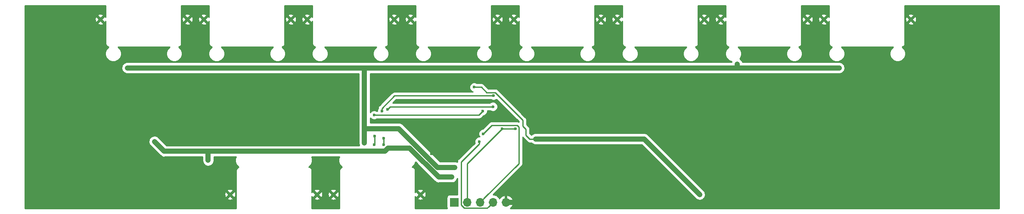
<source format=gbl>
%TF.GenerationSoftware,KiCad,Pcbnew,(5.0.1)-3*%
%TF.CreationDate,2018-12-23T12:05:20+11:00*%
%TF.ProjectId,1Wire-SoManySwitches,31576972652D536F4D616E7953776974,1.2*%
%TF.SameCoordinates,Original*%
%TF.FileFunction,Copper,L2,Bot,Signal*%
%TF.FilePolarity,Positive*%
%FSLAX46Y46*%
G04 Gerber Fmt 4.6, Leading zero omitted, Abs format (unit mm)*
G04 Created by KiCad (PCBNEW (5.0.1)-3) date 23/12/2018 12:05:20 PM*
%MOMM*%
%LPD*%
G01*
G04 APERTURE LIST*
%TA.AperFunction,ComponentPad*%
%ADD10C,0.900000*%
%TD*%
%TA.AperFunction,ComponentPad*%
%ADD11R,1.700000X1.700000*%
%TD*%
%TA.AperFunction,ComponentPad*%
%ADD12O,1.700000X1.700000*%
%TD*%
%TA.AperFunction,ViaPad*%
%ADD13C,0.600000*%
%TD*%
%TA.AperFunction,Conductor*%
%ADD14C,1.000000*%
%TD*%
%TA.AperFunction,Conductor*%
%ADD15C,0.250000*%
%TD*%
%TA.AperFunction,Conductor*%
%ADD16C,0.254000*%
%TD*%
G04 APERTURE END LIST*
D10*
%TO.P,J3,9*%
%TO.N,GND*%
X69340000Y-62985000D03*
X52240000Y-62985000D03*
%TD*%
%TO.P,J2,9*%
%TO.N,GND*%
X77726000Y-97416000D03*
X94826000Y-97416000D03*
%TD*%
%TO.P,J1,9*%
%TO.N,GND*%
X98046000Y-97416000D03*
X115146000Y-97416000D03*
%TD*%
%TO.P,J4,9*%
%TO.N,GND*%
X89660000Y-62985000D03*
X72560000Y-62985000D03*
%TD*%
%TO.P,J5,9*%
%TO.N,GND*%
X109980000Y-62985000D03*
X92880000Y-62985000D03*
%TD*%
%TO.P,J6,9*%
%TO.N,GND*%
X130300000Y-62985000D03*
X113200000Y-62985000D03*
%TD*%
%TO.P,J7,9*%
%TO.N,GND*%
X150620000Y-62985000D03*
X133520000Y-62985000D03*
%TD*%
%TO.P,J8,9*%
%TO.N,GND*%
X170940000Y-62985000D03*
X153840000Y-62985000D03*
%TD*%
%TO.P,J9,9*%
%TO.N,GND*%
X191260000Y-62985000D03*
X174160000Y-62985000D03*
%TD*%
%TO.P,J10,9*%
%TO.N,GND*%
X211580000Y-62985000D03*
X194480000Y-62985000D03*
%TD*%
D11*
%TO.P,P6,1*%
%TO.N,/1W-DATA*%
X121793000Y-98933000D03*
D12*
%TO.P,P6,2*%
%TO.N,+3V3*%
X124333000Y-98933000D03*
%TO.P,P6,3*%
%TO.N,/UART_TX*%
X126873000Y-98933000D03*
%TO.P,P6,4*%
%TO.N,/UART_RX*%
X129413000Y-98933000D03*
%TO.P,P6,5*%
%TO.N,GND*%
X131953000Y-98933000D03*
%TD*%
D13*
%TO.N,+5V*%
X121920000Y-92075000D03*
X177419000Y-71755000D03*
X104140004Y-84455000D03*
X77470000Y-72517000D03*
X97028000Y-72517000D03*
X117729000Y-72517000D03*
X136398000Y-72517000D03*
X156718000Y-72517000D03*
X197485000Y-72517000D03*
X57531000Y-72517000D03*
X104140000Y-87249000D03*
%TO.N,GND*%
X144399000Y-88519000D03*
X151765000Y-92075000D03*
X117348000Y-89408000D03*
X119634000Y-83566000D03*
%TO.N,+3V3*%
X125730000Y-76315000D03*
X121285000Y-93980000D03*
X62865000Y-86995000D03*
X137795000Y-86487000D03*
X170053000Y-97409000D03*
X133858000Y-84455000D03*
X131191000Y-84455000D03*
%TO.N,Net-(J1-Pad6)*%
X107950000Y-87630000D03*
X107950000Y-86359986D03*
%TO.N,/1W-DATA*%
X106045000Y-87630000D03*
X106151768Y-85929977D03*
%TO.N,+3V3*%
X73406000Y-90678000D03*
%TO.N,Net-(P1-Pad10)*%
X106045000Y-81788000D03*
X127381000Y-81025999D03*
%TO.N,/J7_2*%
X107569000Y-81026000D03*
X129539998Y-77978000D03*
%TO.N,/J8_5*%
X108712000Y-80645000D03*
X129413000Y-80137000D03*
%TO.N,/UART_TX*%
X127508000Y-85471000D03*
%TO.N,/UART_RX*%
X126746000Y-86995000D03*
%TD*%
D14*
%TO.N,+5V*%
X118534998Y-92075000D02*
X121495736Y-92075000D01*
X110914998Y-84455000D02*
X118534998Y-92075000D01*
X104140004Y-84455000D02*
X110914998Y-84455000D01*
X121495736Y-92075000D02*
X121920000Y-92075000D01*
X177419000Y-71755000D02*
X177419000Y-72390000D01*
X177419000Y-72390000D02*
X177292000Y-72517000D01*
X104140004Y-84030736D02*
X104140004Y-84455000D01*
X104140004Y-72517004D02*
X104140004Y-84030736D01*
X104140000Y-72517000D02*
X104140004Y-72517004D01*
X104140000Y-84455004D02*
X104140004Y-84455000D01*
X104140000Y-87249000D02*
X104140000Y-84455004D01*
X97028000Y-72517000D02*
X104140000Y-72517000D01*
X104140000Y-72517000D02*
X117729000Y-72517000D01*
X76962000Y-72517000D02*
X97028000Y-72517000D01*
X57531000Y-72517000D02*
X76962000Y-72517000D01*
X76962000Y-72517000D02*
X77470000Y-72517000D01*
X117729000Y-72517000D02*
X136398000Y-72517000D01*
X136398000Y-72517000D02*
X156718000Y-72517000D01*
X156718000Y-72517000D02*
X177292000Y-72517000D01*
X177292000Y-72517000D02*
X197485000Y-72517000D01*
%TO.N,GND*%
X131953000Y-98933000D02*
X133985000Y-98933000D01*
X133985000Y-98933000D02*
X144399000Y-88519000D01*
X147655001Y-91775001D02*
X144399000Y-88519000D01*
X151765000Y-92075000D02*
X151465001Y-91775001D01*
X151465001Y-91775001D02*
X147655001Y-91775001D01*
D15*
X117348000Y-88983736D02*
X117348000Y-89408000D01*
X117348000Y-85852000D02*
X117348000Y-88983736D01*
X119634000Y-83566000D02*
X117348000Y-85852000D01*
%TO.N,+3V3*%
X135890000Y-85725000D02*
X136652000Y-86487000D01*
X136652000Y-86487000D02*
X137795000Y-86487000D01*
X135890000Y-84582000D02*
X135890000Y-85725000D01*
X135255000Y-82768000D02*
X135255000Y-83947000D01*
X135255000Y-83947000D02*
X135890000Y-84582000D01*
X127115000Y-76315000D02*
X128152999Y-77352999D01*
X128152999Y-77352999D02*
X129839999Y-77352999D01*
X129839999Y-77352999D02*
X135255000Y-82768000D01*
X125730000Y-76315000D02*
X127115000Y-76315000D01*
D14*
X121285000Y-93980000D02*
X118742928Y-93980000D01*
X118742928Y-93980000D02*
X113027928Y-88265000D01*
X113027928Y-88265000D02*
X108795002Y-88265000D01*
X108795002Y-88265000D02*
X108160002Y-88900000D01*
X64770000Y-88900000D02*
X62865000Y-86995000D01*
X62865000Y-86995000D02*
X64771036Y-88901036D01*
X170053000Y-97409000D02*
X159131000Y-86487000D01*
X159131000Y-86487000D02*
X137795000Y-86487000D01*
D15*
X133858000Y-84455000D02*
X131191000Y-84455000D01*
X131191000Y-84455000D02*
X124333000Y-91313000D01*
X124333000Y-91313000D02*
X124333000Y-98933000D01*
%TO.N,Net-(J1-Pad6)*%
X107950000Y-86359986D02*
X107950000Y-87630000D01*
%TO.N,/1W-DATA*%
X106151768Y-87523232D02*
X106045000Y-87630000D01*
X106151768Y-85929977D02*
X106151768Y-87523232D01*
D14*
%TO.N,+3V3*%
X73406000Y-90678000D02*
X73406000Y-88900000D01*
X108160002Y-88900000D02*
X73406000Y-88900000D01*
X73406000Y-88900000D02*
X64770000Y-88900000D01*
D15*
%TO.N,Net-(P1-Pad10)*%
X106045000Y-81788000D02*
X126618999Y-81788000D01*
X126618999Y-81788000D02*
X127081001Y-81325998D01*
X127081001Y-81325998D02*
X127381000Y-81025999D01*
%TO.N,/J7_2*%
X107569000Y-80601736D02*
X107569000Y-81026000D01*
X107569000Y-80474736D02*
X107569000Y-80601736D01*
X110065736Y-77978000D02*
X107569000Y-80474736D01*
X129539998Y-77978000D02*
X110065736Y-77978000D01*
%TO.N,/J8_5*%
X109220000Y-80137000D02*
X109011999Y-80345001D01*
X109011999Y-80345001D02*
X108712000Y-80645000D01*
X129413000Y-80137000D02*
X109220000Y-80137000D01*
%TO.N,/UART_TX*%
X127508000Y-85471000D02*
X129149001Y-83829999D01*
X129149001Y-83829999D02*
X134158001Y-83829999D01*
X134158001Y-83829999D02*
X134483001Y-84154999D01*
X134483001Y-84154999D02*
X134483001Y-91322999D01*
X134483001Y-91322999D02*
X127722999Y-98083001D01*
X127722999Y-98083001D02*
X126873000Y-98933000D01*
%TO.N,/UART_RX*%
X126746000Y-86995000D02*
X126746000Y-87419264D01*
X123157999Y-99497001D02*
X123768999Y-100108001D01*
X126746000Y-87419264D02*
X123157999Y-91007265D01*
X123157999Y-91007265D02*
X123157999Y-99497001D01*
X123768999Y-100108001D02*
X128237999Y-100108001D01*
X128237999Y-100108001D02*
X128563001Y-99782999D01*
X128563001Y-99782999D02*
X129413000Y-98933000D01*
%TD*%
D16*
%TO.N,GND*%
G36*
X195505000Y-62589766D02*
X195443712Y-62441803D01*
X195233745Y-62410860D01*
X194659605Y-62985000D01*
X195233745Y-63559140D01*
X195443712Y-63528197D01*
X195505000Y-63341323D01*
X195505001Y-67621069D01*
X195491091Y-67691000D01*
X195546195Y-67968028D01*
X195703119Y-68202881D01*
X195937972Y-68359805D01*
X196084517Y-68388955D01*
X195646302Y-68827170D01*
X195405000Y-69409724D01*
X195405000Y-70040276D01*
X195646302Y-70622830D01*
X196092170Y-71068698D01*
X196674724Y-71310000D01*
X197305276Y-71310000D01*
X197887830Y-71068698D01*
X198333698Y-70622830D01*
X198575000Y-70040276D01*
X198575000Y-69409724D01*
X198333698Y-68827170D01*
X197907528Y-68401000D01*
X208062472Y-68401000D01*
X207636302Y-68827170D01*
X207395000Y-69409724D01*
X207395000Y-70040276D01*
X207636302Y-70622830D01*
X208082170Y-71068698D01*
X208664724Y-71310000D01*
X209295276Y-71310000D01*
X209877830Y-71068698D01*
X210323698Y-70622830D01*
X210565000Y-70040276D01*
X210565000Y-69409724D01*
X210323698Y-68827170D01*
X209877830Y-68381302D01*
X209867489Y-68377019D01*
X209954028Y-68359805D01*
X210188881Y-68202881D01*
X210345805Y-67968028D01*
X210400909Y-67691000D01*
X210387000Y-67621074D01*
X210387000Y-63738745D01*
X211005860Y-63738745D01*
X211036803Y-63948712D01*
X211446948Y-64083226D01*
X211877349Y-64050546D01*
X212123197Y-63948712D01*
X212154140Y-63738745D01*
X211580000Y-63164605D01*
X211005860Y-63738745D01*
X210387000Y-63738745D01*
X210387000Y-62851948D01*
X210481774Y-62851948D01*
X210514454Y-63282349D01*
X210616288Y-63528197D01*
X210826255Y-63559140D01*
X211400395Y-62985000D01*
X211759605Y-62985000D01*
X212333745Y-63559140D01*
X212543712Y-63528197D01*
X212678226Y-63118052D01*
X212645546Y-62687651D01*
X212543712Y-62441803D01*
X212333745Y-62410860D01*
X211759605Y-62985000D01*
X211400395Y-62985000D01*
X210826255Y-62410860D01*
X210616288Y-62441803D01*
X210481774Y-62851948D01*
X210387000Y-62851948D01*
X210387000Y-62231255D01*
X211005860Y-62231255D01*
X211580000Y-62805395D01*
X212154140Y-62231255D01*
X212123197Y-62021288D01*
X211713052Y-61886774D01*
X211282651Y-61919454D01*
X211036803Y-62021288D01*
X211005860Y-62231255D01*
X210387000Y-62231255D01*
X210387000Y-60273000D01*
X228906001Y-60273000D01*
X228906000Y-100128000D01*
X132804026Y-100128000D01*
X133148183Y-99814358D01*
X133394486Y-99289892D01*
X133273819Y-99060000D01*
X132080000Y-99060000D01*
X132080000Y-99080000D01*
X131826000Y-99080000D01*
X131826000Y-99060000D01*
X131806000Y-99060000D01*
X131806000Y-98806000D01*
X131826000Y-98806000D01*
X131826000Y-97612845D01*
X132080000Y-97612845D01*
X132080000Y-98806000D01*
X133273819Y-98806000D01*
X133394486Y-98576108D01*
X133148183Y-98051642D01*
X132719924Y-97661355D01*
X132309890Y-97491524D01*
X132080000Y-97612845D01*
X131826000Y-97612845D01*
X131596110Y-97491524D01*
X131186076Y-97661355D01*
X130757817Y-98051642D01*
X130696843Y-98181478D01*
X130483625Y-97862375D01*
X129992418Y-97534161D01*
X129559256Y-97448000D01*
X129432801Y-97448000D01*
X134967474Y-91913328D01*
X135030930Y-91870928D01*
X135198905Y-91619536D01*
X135243001Y-91397851D01*
X135243001Y-91397847D01*
X135257889Y-91322999D01*
X135243001Y-91248151D01*
X135243001Y-86124659D01*
X135277782Y-86176712D01*
X135342072Y-86272929D01*
X135405528Y-86315329D01*
X136061671Y-86971473D01*
X136104071Y-87034929D01*
X136167527Y-87077329D01*
X136355462Y-87202904D01*
X136393766Y-87210523D01*
X136577148Y-87247000D01*
X136577152Y-87247000D01*
X136652000Y-87261888D01*
X136726848Y-87247000D01*
X136937764Y-87247000D01*
X136976711Y-87305289D01*
X137352145Y-87556146D01*
X137683217Y-87622000D01*
X158660869Y-87622000D01*
X169329476Y-98290609D01*
X169610145Y-98478146D01*
X170053000Y-98566235D01*
X170495854Y-98478146D01*
X170871289Y-98227289D01*
X171122146Y-97851854D01*
X171210235Y-97409000D01*
X171122146Y-96966145D01*
X170934609Y-96685476D01*
X160012613Y-85763482D01*
X159949289Y-85668711D01*
X159573855Y-85417854D01*
X159242783Y-85352000D01*
X159131000Y-85329765D01*
X159019217Y-85352000D01*
X137683217Y-85352000D01*
X137352145Y-85417854D01*
X136976711Y-85668711D01*
X136949395Y-85709593D01*
X136650000Y-85410199D01*
X136650000Y-84656848D01*
X136664888Y-84582000D01*
X136650000Y-84507152D01*
X136650000Y-84507148D01*
X136605904Y-84285463D01*
X136437929Y-84034071D01*
X136374473Y-83991671D01*
X136015000Y-83632199D01*
X136015000Y-82842847D01*
X136029888Y-82768000D01*
X136015000Y-82693153D01*
X136015000Y-82693148D01*
X135970904Y-82471463D01*
X135802929Y-82220071D01*
X135739473Y-82177671D01*
X130430330Y-76868529D01*
X130387928Y-76805070D01*
X130136536Y-76637095D01*
X129914851Y-76592999D01*
X129914846Y-76592999D01*
X129839999Y-76578111D01*
X129765152Y-76592999D01*
X128467801Y-76592999D01*
X127705331Y-75830530D01*
X127662929Y-75767071D01*
X127411537Y-75599096D01*
X127189852Y-75555000D01*
X127189847Y-75555000D01*
X127115000Y-75540112D01*
X127040153Y-75555000D01*
X126292290Y-75555000D01*
X126259635Y-75522345D01*
X125915983Y-75380000D01*
X125544017Y-75380000D01*
X125200365Y-75522345D01*
X124937345Y-75785365D01*
X124795000Y-76129017D01*
X124795000Y-76500983D01*
X124937345Y-76844635D01*
X125200365Y-77107655D01*
X125466762Y-77218000D01*
X110140583Y-77218000D01*
X110065736Y-77203112D01*
X109990889Y-77218000D01*
X109990884Y-77218000D01*
X109769199Y-77262096D01*
X109517807Y-77430071D01*
X109475407Y-77493527D01*
X107084530Y-79884405D01*
X107021071Y-79926807D01*
X106853096Y-80178200D01*
X106809000Y-80399885D01*
X106809000Y-80399889D01*
X106794112Y-80474736D01*
X106794753Y-80477957D01*
X106776345Y-80496365D01*
X106634000Y-80840017D01*
X106634000Y-81028000D01*
X106607290Y-81028000D01*
X106574635Y-80995345D01*
X106230983Y-80853000D01*
X105859017Y-80853000D01*
X105515365Y-80995345D01*
X105275004Y-81235706D01*
X105275004Y-73652000D01*
X177180217Y-73652000D01*
X177292000Y-73674235D01*
X177403783Y-73652000D01*
X197596783Y-73652000D01*
X197927855Y-73586146D01*
X198303289Y-73335289D01*
X198554146Y-72959855D01*
X198642235Y-72517000D01*
X198554146Y-72074145D01*
X198303289Y-71698711D01*
X197927855Y-71447854D01*
X197596783Y-71382000D01*
X178502041Y-71382000D01*
X178488146Y-71312145D01*
X178237289Y-70936711D01*
X177915098Y-70721430D01*
X178013698Y-70622830D01*
X178255000Y-70040276D01*
X178255000Y-69409724D01*
X178013698Y-68827170D01*
X177587528Y-68401000D01*
X187742472Y-68401000D01*
X187316302Y-68827170D01*
X187075000Y-69409724D01*
X187075000Y-70040276D01*
X187316302Y-70622830D01*
X187762170Y-71068698D01*
X188344724Y-71310000D01*
X188975276Y-71310000D01*
X189557830Y-71068698D01*
X190003698Y-70622830D01*
X190245000Y-70040276D01*
X190245000Y-69409724D01*
X190003698Y-68827170D01*
X189557830Y-68381302D01*
X189547489Y-68377019D01*
X189634028Y-68359805D01*
X189868881Y-68202881D01*
X190025805Y-67968028D01*
X190080909Y-67691000D01*
X190067000Y-67621074D01*
X190067000Y-63738745D01*
X190685860Y-63738745D01*
X190716803Y-63948712D01*
X191126948Y-64083226D01*
X191557349Y-64050546D01*
X191803197Y-63948712D01*
X191834140Y-63738745D01*
X193905860Y-63738745D01*
X193936803Y-63948712D01*
X194346948Y-64083226D01*
X194777349Y-64050546D01*
X195023197Y-63948712D01*
X195054140Y-63738745D01*
X194480000Y-63164605D01*
X193905860Y-63738745D01*
X191834140Y-63738745D01*
X191260000Y-63164605D01*
X190685860Y-63738745D01*
X190067000Y-63738745D01*
X190067000Y-62851948D01*
X190161774Y-62851948D01*
X190194454Y-63282349D01*
X190296288Y-63528197D01*
X190506255Y-63559140D01*
X191080395Y-62985000D01*
X191439605Y-62985000D01*
X192013745Y-63559140D01*
X192223712Y-63528197D01*
X192358226Y-63118052D01*
X192338021Y-62851948D01*
X193381774Y-62851948D01*
X193414454Y-63282349D01*
X193516288Y-63528197D01*
X193726255Y-63559140D01*
X194300395Y-62985000D01*
X193726255Y-62410860D01*
X193516288Y-62441803D01*
X193381774Y-62851948D01*
X192338021Y-62851948D01*
X192325546Y-62687651D01*
X192223712Y-62441803D01*
X192013745Y-62410860D01*
X191439605Y-62985000D01*
X191080395Y-62985000D01*
X190506255Y-62410860D01*
X190296288Y-62441803D01*
X190161774Y-62851948D01*
X190067000Y-62851948D01*
X190067000Y-62231255D01*
X190685860Y-62231255D01*
X191260000Y-62805395D01*
X191834140Y-62231255D01*
X193905860Y-62231255D01*
X194480000Y-62805395D01*
X195054140Y-62231255D01*
X195023197Y-62021288D01*
X194613052Y-61886774D01*
X194182651Y-61919454D01*
X193936803Y-62021288D01*
X193905860Y-62231255D01*
X191834140Y-62231255D01*
X191803197Y-62021288D01*
X191393052Y-61886774D01*
X190962651Y-61919454D01*
X190716803Y-62021288D01*
X190685860Y-62231255D01*
X190067000Y-62231255D01*
X190067000Y-60273000D01*
X195505000Y-60273000D01*
X195505000Y-62589766D01*
X195505000Y-62589766D01*
G37*
X195505000Y-62589766D02*
X195443712Y-62441803D01*
X195233745Y-62410860D01*
X194659605Y-62985000D01*
X195233745Y-63559140D01*
X195443712Y-63528197D01*
X195505000Y-63341323D01*
X195505001Y-67621069D01*
X195491091Y-67691000D01*
X195546195Y-67968028D01*
X195703119Y-68202881D01*
X195937972Y-68359805D01*
X196084517Y-68388955D01*
X195646302Y-68827170D01*
X195405000Y-69409724D01*
X195405000Y-70040276D01*
X195646302Y-70622830D01*
X196092170Y-71068698D01*
X196674724Y-71310000D01*
X197305276Y-71310000D01*
X197887830Y-71068698D01*
X198333698Y-70622830D01*
X198575000Y-70040276D01*
X198575000Y-69409724D01*
X198333698Y-68827170D01*
X197907528Y-68401000D01*
X208062472Y-68401000D01*
X207636302Y-68827170D01*
X207395000Y-69409724D01*
X207395000Y-70040276D01*
X207636302Y-70622830D01*
X208082170Y-71068698D01*
X208664724Y-71310000D01*
X209295276Y-71310000D01*
X209877830Y-71068698D01*
X210323698Y-70622830D01*
X210565000Y-70040276D01*
X210565000Y-69409724D01*
X210323698Y-68827170D01*
X209877830Y-68381302D01*
X209867489Y-68377019D01*
X209954028Y-68359805D01*
X210188881Y-68202881D01*
X210345805Y-67968028D01*
X210400909Y-67691000D01*
X210387000Y-67621074D01*
X210387000Y-63738745D01*
X211005860Y-63738745D01*
X211036803Y-63948712D01*
X211446948Y-64083226D01*
X211877349Y-64050546D01*
X212123197Y-63948712D01*
X212154140Y-63738745D01*
X211580000Y-63164605D01*
X211005860Y-63738745D01*
X210387000Y-63738745D01*
X210387000Y-62851948D01*
X210481774Y-62851948D01*
X210514454Y-63282349D01*
X210616288Y-63528197D01*
X210826255Y-63559140D01*
X211400395Y-62985000D01*
X211759605Y-62985000D01*
X212333745Y-63559140D01*
X212543712Y-63528197D01*
X212678226Y-63118052D01*
X212645546Y-62687651D01*
X212543712Y-62441803D01*
X212333745Y-62410860D01*
X211759605Y-62985000D01*
X211400395Y-62985000D01*
X210826255Y-62410860D01*
X210616288Y-62441803D01*
X210481774Y-62851948D01*
X210387000Y-62851948D01*
X210387000Y-62231255D01*
X211005860Y-62231255D01*
X211580000Y-62805395D01*
X212154140Y-62231255D01*
X212123197Y-62021288D01*
X211713052Y-61886774D01*
X211282651Y-61919454D01*
X211036803Y-62021288D01*
X211005860Y-62231255D01*
X210387000Y-62231255D01*
X210387000Y-60273000D01*
X228906001Y-60273000D01*
X228906000Y-100128000D01*
X132804026Y-100128000D01*
X133148183Y-99814358D01*
X133394486Y-99289892D01*
X133273819Y-99060000D01*
X132080000Y-99060000D01*
X132080000Y-99080000D01*
X131826000Y-99080000D01*
X131826000Y-99060000D01*
X131806000Y-99060000D01*
X131806000Y-98806000D01*
X131826000Y-98806000D01*
X131826000Y-97612845D01*
X132080000Y-97612845D01*
X132080000Y-98806000D01*
X133273819Y-98806000D01*
X133394486Y-98576108D01*
X133148183Y-98051642D01*
X132719924Y-97661355D01*
X132309890Y-97491524D01*
X132080000Y-97612845D01*
X131826000Y-97612845D01*
X131596110Y-97491524D01*
X131186076Y-97661355D01*
X130757817Y-98051642D01*
X130696843Y-98181478D01*
X130483625Y-97862375D01*
X129992418Y-97534161D01*
X129559256Y-97448000D01*
X129432801Y-97448000D01*
X134967474Y-91913328D01*
X135030930Y-91870928D01*
X135198905Y-91619536D01*
X135243001Y-91397851D01*
X135243001Y-91397847D01*
X135257889Y-91322999D01*
X135243001Y-91248151D01*
X135243001Y-86124659D01*
X135277782Y-86176712D01*
X135342072Y-86272929D01*
X135405528Y-86315329D01*
X136061671Y-86971473D01*
X136104071Y-87034929D01*
X136167527Y-87077329D01*
X136355462Y-87202904D01*
X136393766Y-87210523D01*
X136577148Y-87247000D01*
X136577152Y-87247000D01*
X136652000Y-87261888D01*
X136726848Y-87247000D01*
X136937764Y-87247000D01*
X136976711Y-87305289D01*
X137352145Y-87556146D01*
X137683217Y-87622000D01*
X158660869Y-87622000D01*
X169329476Y-98290609D01*
X169610145Y-98478146D01*
X170053000Y-98566235D01*
X170495854Y-98478146D01*
X170871289Y-98227289D01*
X171122146Y-97851854D01*
X171210235Y-97409000D01*
X171122146Y-96966145D01*
X170934609Y-96685476D01*
X160012613Y-85763482D01*
X159949289Y-85668711D01*
X159573855Y-85417854D01*
X159242783Y-85352000D01*
X159131000Y-85329765D01*
X159019217Y-85352000D01*
X137683217Y-85352000D01*
X137352145Y-85417854D01*
X136976711Y-85668711D01*
X136949395Y-85709593D01*
X136650000Y-85410199D01*
X136650000Y-84656848D01*
X136664888Y-84582000D01*
X136650000Y-84507152D01*
X136650000Y-84507148D01*
X136605904Y-84285463D01*
X136437929Y-84034071D01*
X136374473Y-83991671D01*
X136015000Y-83632199D01*
X136015000Y-82842847D01*
X136029888Y-82768000D01*
X136015000Y-82693153D01*
X136015000Y-82693148D01*
X135970904Y-82471463D01*
X135802929Y-82220071D01*
X135739473Y-82177671D01*
X130430330Y-76868529D01*
X130387928Y-76805070D01*
X130136536Y-76637095D01*
X129914851Y-76592999D01*
X129914846Y-76592999D01*
X129839999Y-76578111D01*
X129765152Y-76592999D01*
X128467801Y-76592999D01*
X127705331Y-75830530D01*
X127662929Y-75767071D01*
X127411537Y-75599096D01*
X127189852Y-75555000D01*
X127189847Y-75555000D01*
X127115000Y-75540112D01*
X127040153Y-75555000D01*
X126292290Y-75555000D01*
X126259635Y-75522345D01*
X125915983Y-75380000D01*
X125544017Y-75380000D01*
X125200365Y-75522345D01*
X124937345Y-75785365D01*
X124795000Y-76129017D01*
X124795000Y-76500983D01*
X124937345Y-76844635D01*
X125200365Y-77107655D01*
X125466762Y-77218000D01*
X110140583Y-77218000D01*
X110065736Y-77203112D01*
X109990889Y-77218000D01*
X109990884Y-77218000D01*
X109769199Y-77262096D01*
X109517807Y-77430071D01*
X109475407Y-77493527D01*
X107084530Y-79884405D01*
X107021071Y-79926807D01*
X106853096Y-80178200D01*
X106809000Y-80399885D01*
X106809000Y-80399889D01*
X106794112Y-80474736D01*
X106794753Y-80477957D01*
X106776345Y-80496365D01*
X106634000Y-80840017D01*
X106634000Y-81028000D01*
X106607290Y-81028000D01*
X106574635Y-80995345D01*
X106230983Y-80853000D01*
X105859017Y-80853000D01*
X105515365Y-80995345D01*
X105275004Y-81235706D01*
X105275004Y-73652000D01*
X177180217Y-73652000D01*
X177292000Y-73674235D01*
X177403783Y-73652000D01*
X197596783Y-73652000D01*
X197927855Y-73586146D01*
X198303289Y-73335289D01*
X198554146Y-72959855D01*
X198642235Y-72517000D01*
X198554146Y-72074145D01*
X198303289Y-71698711D01*
X197927855Y-71447854D01*
X197596783Y-71382000D01*
X178502041Y-71382000D01*
X178488146Y-71312145D01*
X178237289Y-70936711D01*
X177915098Y-70721430D01*
X178013698Y-70622830D01*
X178255000Y-70040276D01*
X178255000Y-69409724D01*
X178013698Y-68827170D01*
X177587528Y-68401000D01*
X187742472Y-68401000D01*
X187316302Y-68827170D01*
X187075000Y-69409724D01*
X187075000Y-70040276D01*
X187316302Y-70622830D01*
X187762170Y-71068698D01*
X188344724Y-71310000D01*
X188975276Y-71310000D01*
X189557830Y-71068698D01*
X190003698Y-70622830D01*
X190245000Y-70040276D01*
X190245000Y-69409724D01*
X190003698Y-68827170D01*
X189557830Y-68381302D01*
X189547489Y-68377019D01*
X189634028Y-68359805D01*
X189868881Y-68202881D01*
X190025805Y-67968028D01*
X190080909Y-67691000D01*
X190067000Y-67621074D01*
X190067000Y-63738745D01*
X190685860Y-63738745D01*
X190716803Y-63948712D01*
X191126948Y-64083226D01*
X191557349Y-64050546D01*
X191803197Y-63948712D01*
X191834140Y-63738745D01*
X193905860Y-63738745D01*
X193936803Y-63948712D01*
X194346948Y-64083226D01*
X194777349Y-64050546D01*
X195023197Y-63948712D01*
X195054140Y-63738745D01*
X194480000Y-63164605D01*
X193905860Y-63738745D01*
X191834140Y-63738745D01*
X191260000Y-63164605D01*
X190685860Y-63738745D01*
X190067000Y-63738745D01*
X190067000Y-62851948D01*
X190161774Y-62851948D01*
X190194454Y-63282349D01*
X190296288Y-63528197D01*
X190506255Y-63559140D01*
X191080395Y-62985000D01*
X191439605Y-62985000D01*
X192013745Y-63559140D01*
X192223712Y-63528197D01*
X192358226Y-63118052D01*
X192338021Y-62851948D01*
X193381774Y-62851948D01*
X193414454Y-63282349D01*
X193516288Y-63528197D01*
X193726255Y-63559140D01*
X194300395Y-62985000D01*
X193726255Y-62410860D01*
X193516288Y-62441803D01*
X193381774Y-62851948D01*
X192338021Y-62851948D01*
X192325546Y-62687651D01*
X192223712Y-62441803D01*
X192013745Y-62410860D01*
X191439605Y-62985000D01*
X191080395Y-62985000D01*
X190506255Y-62410860D01*
X190296288Y-62441803D01*
X190161774Y-62851948D01*
X190067000Y-62851948D01*
X190067000Y-62231255D01*
X190685860Y-62231255D01*
X191260000Y-62805395D01*
X191834140Y-62231255D01*
X193905860Y-62231255D01*
X194480000Y-62805395D01*
X195054140Y-62231255D01*
X195023197Y-62021288D01*
X194613052Y-61886774D01*
X194182651Y-61919454D01*
X193936803Y-62021288D01*
X193905860Y-62231255D01*
X191834140Y-62231255D01*
X191803197Y-62021288D01*
X191393052Y-61886774D01*
X190962651Y-61919454D01*
X190716803Y-62021288D01*
X190685860Y-62231255D01*
X190067000Y-62231255D01*
X190067000Y-60273000D01*
X195505000Y-60273000D01*
X195505000Y-62589766D01*
G36*
X99061000Y-90360724D02*
X99061000Y-90991276D01*
X99302302Y-91573830D01*
X99748170Y-92019698D01*
X99758511Y-92023981D01*
X99671972Y-92041195D01*
X99437119Y-92198119D01*
X99280195Y-92432972D01*
X99225091Y-92710000D01*
X99239001Y-92779931D01*
X99239000Y-100128000D01*
X93801000Y-100128000D01*
X93801000Y-98169745D01*
X94251860Y-98169745D01*
X94282803Y-98379712D01*
X94692948Y-98514226D01*
X95123349Y-98481546D01*
X95369197Y-98379712D01*
X95400140Y-98169745D01*
X97471860Y-98169745D01*
X97502803Y-98379712D01*
X97912948Y-98514226D01*
X98343349Y-98481546D01*
X98589197Y-98379712D01*
X98620140Y-98169745D01*
X98046000Y-97595605D01*
X97471860Y-98169745D01*
X95400140Y-98169745D01*
X94826000Y-97595605D01*
X94251860Y-98169745D01*
X93801000Y-98169745D01*
X93801000Y-97811235D01*
X93862288Y-97959197D01*
X94072255Y-97990140D01*
X94646395Y-97416000D01*
X95005605Y-97416000D01*
X95579745Y-97990140D01*
X95789712Y-97959197D01*
X95924226Y-97549052D01*
X95904021Y-97282948D01*
X96947774Y-97282948D01*
X96980454Y-97713349D01*
X97082288Y-97959197D01*
X97292255Y-97990140D01*
X97866395Y-97416000D01*
X98225605Y-97416000D01*
X98799745Y-97990140D01*
X99009712Y-97959197D01*
X99144226Y-97549052D01*
X99111546Y-97118651D01*
X99009712Y-96872803D01*
X98799745Y-96841860D01*
X98225605Y-97416000D01*
X97866395Y-97416000D01*
X97292255Y-96841860D01*
X97082288Y-96872803D01*
X96947774Y-97282948D01*
X95904021Y-97282948D01*
X95891546Y-97118651D01*
X95789712Y-96872803D01*
X95579745Y-96841860D01*
X95005605Y-97416000D01*
X94646395Y-97416000D01*
X94072255Y-96841860D01*
X93862288Y-96872803D01*
X93801000Y-97059675D01*
X93801000Y-96662255D01*
X94251860Y-96662255D01*
X94826000Y-97236395D01*
X95400140Y-96662255D01*
X97471860Y-96662255D01*
X98046000Y-97236395D01*
X98620140Y-96662255D01*
X98589197Y-96452288D01*
X98179052Y-96317774D01*
X97748651Y-96350454D01*
X97502803Y-96452288D01*
X97471860Y-96662255D01*
X95400140Y-96662255D01*
X95369197Y-96452288D01*
X94959052Y-96317774D01*
X94528651Y-96350454D01*
X94282803Y-96452288D01*
X94251860Y-96662255D01*
X93801000Y-96662255D01*
X93801000Y-92779926D01*
X93814909Y-92710000D01*
X93759805Y-92432972D01*
X93602881Y-92198119D01*
X93368028Y-92041195D01*
X93221483Y-92012045D01*
X93659698Y-91573830D01*
X93901000Y-90991276D01*
X93901000Y-90360724D01*
X93766081Y-90035000D01*
X99195919Y-90035000D01*
X99061000Y-90360724D01*
X99061000Y-90360724D01*
G37*
X99061000Y-90360724D02*
X99061000Y-90991276D01*
X99302302Y-91573830D01*
X99748170Y-92019698D01*
X99758511Y-92023981D01*
X99671972Y-92041195D01*
X99437119Y-92198119D01*
X99280195Y-92432972D01*
X99225091Y-92710000D01*
X99239001Y-92779931D01*
X99239000Y-100128000D01*
X93801000Y-100128000D01*
X93801000Y-98169745D01*
X94251860Y-98169745D01*
X94282803Y-98379712D01*
X94692948Y-98514226D01*
X95123349Y-98481546D01*
X95369197Y-98379712D01*
X95400140Y-98169745D01*
X97471860Y-98169745D01*
X97502803Y-98379712D01*
X97912948Y-98514226D01*
X98343349Y-98481546D01*
X98589197Y-98379712D01*
X98620140Y-98169745D01*
X98046000Y-97595605D01*
X97471860Y-98169745D01*
X95400140Y-98169745D01*
X94826000Y-97595605D01*
X94251860Y-98169745D01*
X93801000Y-98169745D01*
X93801000Y-97811235D01*
X93862288Y-97959197D01*
X94072255Y-97990140D01*
X94646395Y-97416000D01*
X95005605Y-97416000D01*
X95579745Y-97990140D01*
X95789712Y-97959197D01*
X95924226Y-97549052D01*
X95904021Y-97282948D01*
X96947774Y-97282948D01*
X96980454Y-97713349D01*
X97082288Y-97959197D01*
X97292255Y-97990140D01*
X97866395Y-97416000D01*
X98225605Y-97416000D01*
X98799745Y-97990140D01*
X99009712Y-97959197D01*
X99144226Y-97549052D01*
X99111546Y-97118651D01*
X99009712Y-96872803D01*
X98799745Y-96841860D01*
X98225605Y-97416000D01*
X97866395Y-97416000D01*
X97292255Y-96841860D01*
X97082288Y-96872803D01*
X96947774Y-97282948D01*
X95904021Y-97282948D01*
X95891546Y-97118651D01*
X95789712Y-96872803D01*
X95579745Y-96841860D01*
X95005605Y-97416000D01*
X94646395Y-97416000D01*
X94072255Y-96841860D01*
X93862288Y-96872803D01*
X93801000Y-97059675D01*
X93801000Y-96662255D01*
X94251860Y-96662255D01*
X94826000Y-97236395D01*
X95400140Y-96662255D01*
X97471860Y-96662255D01*
X98046000Y-97236395D01*
X98620140Y-96662255D01*
X98589197Y-96452288D01*
X98179052Y-96317774D01*
X97748651Y-96350454D01*
X97502803Y-96452288D01*
X97471860Y-96662255D01*
X95400140Y-96662255D01*
X95369197Y-96452288D01*
X94959052Y-96317774D01*
X94528651Y-96350454D01*
X94282803Y-96452288D01*
X94251860Y-96662255D01*
X93801000Y-96662255D01*
X93801000Y-92779926D01*
X93814909Y-92710000D01*
X93759805Y-92432972D01*
X93602881Y-92198119D01*
X93368028Y-92041195D01*
X93221483Y-92012045D01*
X93659698Y-91573830D01*
X93901000Y-90991276D01*
X93901000Y-90360724D01*
X93766081Y-90035000D01*
X99195919Y-90035000D01*
X99061000Y-90360724D01*
G36*
X53265000Y-62589766D02*
X53203712Y-62441803D01*
X52993745Y-62410860D01*
X52419605Y-62985000D01*
X52993745Y-63559140D01*
X53203712Y-63528197D01*
X53265000Y-63341323D01*
X53265001Y-67621069D01*
X53251091Y-67691000D01*
X53306195Y-67968028D01*
X53463119Y-68202881D01*
X53697972Y-68359805D01*
X53844517Y-68388955D01*
X53406302Y-68827170D01*
X53165000Y-69409724D01*
X53165000Y-70040276D01*
X53406302Y-70622830D01*
X53852170Y-71068698D01*
X54434724Y-71310000D01*
X55065276Y-71310000D01*
X55647830Y-71068698D01*
X56093698Y-70622830D01*
X56335000Y-70040276D01*
X56335000Y-69409724D01*
X56093698Y-68827170D01*
X55667528Y-68401000D01*
X65822472Y-68401000D01*
X65396302Y-68827170D01*
X65155000Y-69409724D01*
X65155000Y-70040276D01*
X65396302Y-70622830D01*
X65842170Y-71068698D01*
X66424724Y-71310000D01*
X67055276Y-71310000D01*
X67637830Y-71068698D01*
X68083698Y-70622830D01*
X68325000Y-70040276D01*
X68325000Y-69409724D01*
X68083698Y-68827170D01*
X67637830Y-68381302D01*
X67627489Y-68377019D01*
X67714028Y-68359805D01*
X67948881Y-68202881D01*
X68105805Y-67968028D01*
X68160909Y-67691000D01*
X68147000Y-67621074D01*
X68147000Y-63738745D01*
X68765860Y-63738745D01*
X68796803Y-63948712D01*
X69206948Y-64083226D01*
X69637349Y-64050546D01*
X69883197Y-63948712D01*
X69914140Y-63738745D01*
X71985860Y-63738745D01*
X72016803Y-63948712D01*
X72426948Y-64083226D01*
X72857349Y-64050546D01*
X73103197Y-63948712D01*
X73134140Y-63738745D01*
X72560000Y-63164605D01*
X71985860Y-63738745D01*
X69914140Y-63738745D01*
X69340000Y-63164605D01*
X68765860Y-63738745D01*
X68147000Y-63738745D01*
X68147000Y-62851948D01*
X68241774Y-62851948D01*
X68274454Y-63282349D01*
X68376288Y-63528197D01*
X68586255Y-63559140D01*
X69160395Y-62985000D01*
X69519605Y-62985000D01*
X70093745Y-63559140D01*
X70303712Y-63528197D01*
X70438226Y-63118052D01*
X70418021Y-62851948D01*
X71461774Y-62851948D01*
X71494454Y-63282349D01*
X71596288Y-63528197D01*
X71806255Y-63559140D01*
X72380395Y-62985000D01*
X71806255Y-62410860D01*
X71596288Y-62441803D01*
X71461774Y-62851948D01*
X70418021Y-62851948D01*
X70405546Y-62687651D01*
X70303712Y-62441803D01*
X70093745Y-62410860D01*
X69519605Y-62985000D01*
X69160395Y-62985000D01*
X68586255Y-62410860D01*
X68376288Y-62441803D01*
X68241774Y-62851948D01*
X68147000Y-62851948D01*
X68147000Y-62231255D01*
X68765860Y-62231255D01*
X69340000Y-62805395D01*
X69914140Y-62231255D01*
X71985860Y-62231255D01*
X72560000Y-62805395D01*
X73134140Y-62231255D01*
X73103197Y-62021288D01*
X72693052Y-61886774D01*
X72262651Y-61919454D01*
X72016803Y-62021288D01*
X71985860Y-62231255D01*
X69914140Y-62231255D01*
X69883197Y-62021288D01*
X69473052Y-61886774D01*
X69042651Y-61919454D01*
X68796803Y-62021288D01*
X68765860Y-62231255D01*
X68147000Y-62231255D01*
X68147000Y-60273000D01*
X73585000Y-60273000D01*
X73585000Y-62589766D01*
X73523712Y-62441803D01*
X73313745Y-62410860D01*
X72739605Y-62985000D01*
X73313745Y-63559140D01*
X73523712Y-63528197D01*
X73585000Y-63341323D01*
X73585001Y-67621069D01*
X73571091Y-67691000D01*
X73626195Y-67968028D01*
X73783119Y-68202881D01*
X74017972Y-68359805D01*
X74164517Y-68388955D01*
X73726302Y-68827170D01*
X73485000Y-69409724D01*
X73485000Y-70040276D01*
X73726302Y-70622830D01*
X74172170Y-71068698D01*
X74754724Y-71310000D01*
X75385276Y-71310000D01*
X75967830Y-71068698D01*
X76413698Y-70622830D01*
X76655000Y-70040276D01*
X76655000Y-69409724D01*
X76413698Y-68827170D01*
X75987528Y-68401000D01*
X86142472Y-68401000D01*
X85716302Y-68827170D01*
X85475000Y-69409724D01*
X85475000Y-70040276D01*
X85716302Y-70622830D01*
X86162170Y-71068698D01*
X86744724Y-71310000D01*
X87375276Y-71310000D01*
X87957830Y-71068698D01*
X88403698Y-70622830D01*
X88645000Y-70040276D01*
X88645000Y-69409724D01*
X88403698Y-68827170D01*
X87957830Y-68381302D01*
X87947489Y-68377019D01*
X88034028Y-68359805D01*
X88268881Y-68202881D01*
X88425805Y-67968028D01*
X88480909Y-67691000D01*
X88467000Y-67621074D01*
X88467000Y-63738745D01*
X89085860Y-63738745D01*
X89116803Y-63948712D01*
X89526948Y-64083226D01*
X89957349Y-64050546D01*
X90203197Y-63948712D01*
X90234140Y-63738745D01*
X92305860Y-63738745D01*
X92336803Y-63948712D01*
X92746948Y-64083226D01*
X93177349Y-64050546D01*
X93423197Y-63948712D01*
X93454140Y-63738745D01*
X92880000Y-63164605D01*
X92305860Y-63738745D01*
X90234140Y-63738745D01*
X89660000Y-63164605D01*
X89085860Y-63738745D01*
X88467000Y-63738745D01*
X88467000Y-62851948D01*
X88561774Y-62851948D01*
X88594454Y-63282349D01*
X88696288Y-63528197D01*
X88906255Y-63559140D01*
X89480395Y-62985000D01*
X89839605Y-62985000D01*
X90413745Y-63559140D01*
X90623712Y-63528197D01*
X90758226Y-63118052D01*
X90738021Y-62851948D01*
X91781774Y-62851948D01*
X91814454Y-63282349D01*
X91916288Y-63528197D01*
X92126255Y-63559140D01*
X92700395Y-62985000D01*
X92126255Y-62410860D01*
X91916288Y-62441803D01*
X91781774Y-62851948D01*
X90738021Y-62851948D01*
X90725546Y-62687651D01*
X90623712Y-62441803D01*
X90413745Y-62410860D01*
X89839605Y-62985000D01*
X89480395Y-62985000D01*
X88906255Y-62410860D01*
X88696288Y-62441803D01*
X88561774Y-62851948D01*
X88467000Y-62851948D01*
X88467000Y-62231255D01*
X89085860Y-62231255D01*
X89660000Y-62805395D01*
X90234140Y-62231255D01*
X92305860Y-62231255D01*
X92880000Y-62805395D01*
X93454140Y-62231255D01*
X93423197Y-62021288D01*
X93013052Y-61886774D01*
X92582651Y-61919454D01*
X92336803Y-62021288D01*
X92305860Y-62231255D01*
X90234140Y-62231255D01*
X90203197Y-62021288D01*
X89793052Y-61886774D01*
X89362651Y-61919454D01*
X89116803Y-62021288D01*
X89085860Y-62231255D01*
X88467000Y-62231255D01*
X88467000Y-60273000D01*
X93905000Y-60273000D01*
X93905000Y-62589766D01*
X93843712Y-62441803D01*
X93633745Y-62410860D01*
X93059605Y-62985000D01*
X93633745Y-63559140D01*
X93843712Y-63528197D01*
X93905000Y-63341323D01*
X93905001Y-67621069D01*
X93891091Y-67691000D01*
X93946195Y-67968028D01*
X94103119Y-68202881D01*
X94337972Y-68359805D01*
X94484517Y-68388955D01*
X94046302Y-68827170D01*
X93805000Y-69409724D01*
X93805000Y-70040276D01*
X94046302Y-70622830D01*
X94492170Y-71068698D01*
X95074724Y-71310000D01*
X95705276Y-71310000D01*
X96287830Y-71068698D01*
X96733698Y-70622830D01*
X96975000Y-70040276D01*
X96975000Y-69409724D01*
X96733698Y-68827170D01*
X96307528Y-68401000D01*
X106462472Y-68401000D01*
X106036302Y-68827170D01*
X105795000Y-69409724D01*
X105795000Y-70040276D01*
X106036302Y-70622830D01*
X106482170Y-71068698D01*
X107064724Y-71310000D01*
X107695276Y-71310000D01*
X108277830Y-71068698D01*
X108723698Y-70622830D01*
X108965000Y-70040276D01*
X108965000Y-69409724D01*
X108723698Y-68827170D01*
X108277830Y-68381302D01*
X108267489Y-68377019D01*
X108354028Y-68359805D01*
X108588881Y-68202881D01*
X108745805Y-67968028D01*
X108800909Y-67691000D01*
X108787000Y-67621074D01*
X108787000Y-63738745D01*
X109405860Y-63738745D01*
X109436803Y-63948712D01*
X109846948Y-64083226D01*
X110277349Y-64050546D01*
X110523197Y-63948712D01*
X110554140Y-63738745D01*
X112625860Y-63738745D01*
X112656803Y-63948712D01*
X113066948Y-64083226D01*
X113497349Y-64050546D01*
X113743197Y-63948712D01*
X113774140Y-63738745D01*
X113200000Y-63164605D01*
X112625860Y-63738745D01*
X110554140Y-63738745D01*
X109980000Y-63164605D01*
X109405860Y-63738745D01*
X108787000Y-63738745D01*
X108787000Y-62851948D01*
X108881774Y-62851948D01*
X108914454Y-63282349D01*
X109016288Y-63528197D01*
X109226255Y-63559140D01*
X109800395Y-62985000D01*
X110159605Y-62985000D01*
X110733745Y-63559140D01*
X110943712Y-63528197D01*
X111078226Y-63118052D01*
X111058021Y-62851948D01*
X112101774Y-62851948D01*
X112134454Y-63282349D01*
X112236288Y-63528197D01*
X112446255Y-63559140D01*
X113020395Y-62985000D01*
X112446255Y-62410860D01*
X112236288Y-62441803D01*
X112101774Y-62851948D01*
X111058021Y-62851948D01*
X111045546Y-62687651D01*
X110943712Y-62441803D01*
X110733745Y-62410860D01*
X110159605Y-62985000D01*
X109800395Y-62985000D01*
X109226255Y-62410860D01*
X109016288Y-62441803D01*
X108881774Y-62851948D01*
X108787000Y-62851948D01*
X108787000Y-62231255D01*
X109405860Y-62231255D01*
X109980000Y-62805395D01*
X110554140Y-62231255D01*
X112625860Y-62231255D01*
X113200000Y-62805395D01*
X113774140Y-62231255D01*
X113743197Y-62021288D01*
X113333052Y-61886774D01*
X112902651Y-61919454D01*
X112656803Y-62021288D01*
X112625860Y-62231255D01*
X110554140Y-62231255D01*
X110523197Y-62021288D01*
X110113052Y-61886774D01*
X109682651Y-61919454D01*
X109436803Y-62021288D01*
X109405860Y-62231255D01*
X108787000Y-62231255D01*
X108787000Y-60273000D01*
X114225000Y-60273000D01*
X114225000Y-62589766D01*
X114163712Y-62441803D01*
X113953745Y-62410860D01*
X113379605Y-62985000D01*
X113953745Y-63559140D01*
X114163712Y-63528197D01*
X114225000Y-63341323D01*
X114225001Y-67621069D01*
X114211091Y-67691000D01*
X114266195Y-67968028D01*
X114423119Y-68202881D01*
X114657972Y-68359805D01*
X114804517Y-68388955D01*
X114366302Y-68827170D01*
X114125000Y-69409724D01*
X114125000Y-70040276D01*
X114366302Y-70622830D01*
X114812170Y-71068698D01*
X115394724Y-71310000D01*
X116025276Y-71310000D01*
X116607830Y-71068698D01*
X117053698Y-70622830D01*
X117295000Y-70040276D01*
X117295000Y-69409724D01*
X117053698Y-68827170D01*
X116627528Y-68401000D01*
X126782472Y-68401000D01*
X126356302Y-68827170D01*
X126115000Y-69409724D01*
X126115000Y-70040276D01*
X126356302Y-70622830D01*
X126802170Y-71068698D01*
X127384724Y-71310000D01*
X128015276Y-71310000D01*
X128597830Y-71068698D01*
X129043698Y-70622830D01*
X129285000Y-70040276D01*
X129285000Y-69409724D01*
X129043698Y-68827170D01*
X128597830Y-68381302D01*
X128587489Y-68377019D01*
X128674028Y-68359805D01*
X128908881Y-68202881D01*
X129065805Y-67968028D01*
X129120909Y-67691000D01*
X129107000Y-67621074D01*
X129107000Y-63738745D01*
X129725860Y-63738745D01*
X129756803Y-63948712D01*
X130166948Y-64083226D01*
X130597349Y-64050546D01*
X130843197Y-63948712D01*
X130874140Y-63738745D01*
X132945860Y-63738745D01*
X132976803Y-63948712D01*
X133386948Y-64083226D01*
X133817349Y-64050546D01*
X134063197Y-63948712D01*
X134094140Y-63738745D01*
X133520000Y-63164605D01*
X132945860Y-63738745D01*
X130874140Y-63738745D01*
X130300000Y-63164605D01*
X129725860Y-63738745D01*
X129107000Y-63738745D01*
X129107000Y-62851948D01*
X129201774Y-62851948D01*
X129234454Y-63282349D01*
X129336288Y-63528197D01*
X129546255Y-63559140D01*
X130120395Y-62985000D01*
X130479605Y-62985000D01*
X131053745Y-63559140D01*
X131263712Y-63528197D01*
X131398226Y-63118052D01*
X131378021Y-62851948D01*
X132421774Y-62851948D01*
X132454454Y-63282349D01*
X132556288Y-63528197D01*
X132766255Y-63559140D01*
X133340395Y-62985000D01*
X132766255Y-62410860D01*
X132556288Y-62441803D01*
X132421774Y-62851948D01*
X131378021Y-62851948D01*
X131365546Y-62687651D01*
X131263712Y-62441803D01*
X131053745Y-62410860D01*
X130479605Y-62985000D01*
X130120395Y-62985000D01*
X129546255Y-62410860D01*
X129336288Y-62441803D01*
X129201774Y-62851948D01*
X129107000Y-62851948D01*
X129107000Y-62231255D01*
X129725860Y-62231255D01*
X130300000Y-62805395D01*
X130874140Y-62231255D01*
X132945860Y-62231255D01*
X133520000Y-62805395D01*
X134094140Y-62231255D01*
X134063197Y-62021288D01*
X133653052Y-61886774D01*
X133222651Y-61919454D01*
X132976803Y-62021288D01*
X132945860Y-62231255D01*
X130874140Y-62231255D01*
X130843197Y-62021288D01*
X130433052Y-61886774D01*
X130002651Y-61919454D01*
X129756803Y-62021288D01*
X129725860Y-62231255D01*
X129107000Y-62231255D01*
X129107000Y-60273000D01*
X134545000Y-60273000D01*
X134545000Y-62589766D01*
X134483712Y-62441803D01*
X134273745Y-62410860D01*
X133699605Y-62985000D01*
X134273745Y-63559140D01*
X134483712Y-63528197D01*
X134545000Y-63341323D01*
X134545001Y-67621069D01*
X134531091Y-67691000D01*
X134586195Y-67968028D01*
X134743119Y-68202881D01*
X134977972Y-68359805D01*
X135124517Y-68388955D01*
X134686302Y-68827170D01*
X134445000Y-69409724D01*
X134445000Y-70040276D01*
X134686302Y-70622830D01*
X135132170Y-71068698D01*
X135714724Y-71310000D01*
X136345276Y-71310000D01*
X136927830Y-71068698D01*
X137373698Y-70622830D01*
X137615000Y-70040276D01*
X137615000Y-69409724D01*
X137373698Y-68827170D01*
X136947528Y-68401000D01*
X147102472Y-68401000D01*
X146676302Y-68827170D01*
X146435000Y-69409724D01*
X146435000Y-70040276D01*
X146676302Y-70622830D01*
X147122170Y-71068698D01*
X147704724Y-71310000D01*
X148335276Y-71310000D01*
X148917830Y-71068698D01*
X149363698Y-70622830D01*
X149605000Y-70040276D01*
X149605000Y-69409724D01*
X149363698Y-68827170D01*
X148917830Y-68381302D01*
X148907489Y-68377019D01*
X148994028Y-68359805D01*
X149228881Y-68202881D01*
X149385805Y-67968028D01*
X149440909Y-67691000D01*
X149427000Y-67621074D01*
X149427000Y-63738745D01*
X150045860Y-63738745D01*
X150076803Y-63948712D01*
X150486948Y-64083226D01*
X150917349Y-64050546D01*
X151163197Y-63948712D01*
X151194140Y-63738745D01*
X153265860Y-63738745D01*
X153296803Y-63948712D01*
X153706948Y-64083226D01*
X154137349Y-64050546D01*
X154383197Y-63948712D01*
X154414140Y-63738745D01*
X153840000Y-63164605D01*
X153265860Y-63738745D01*
X151194140Y-63738745D01*
X150620000Y-63164605D01*
X150045860Y-63738745D01*
X149427000Y-63738745D01*
X149427000Y-62851948D01*
X149521774Y-62851948D01*
X149554454Y-63282349D01*
X149656288Y-63528197D01*
X149866255Y-63559140D01*
X150440395Y-62985000D01*
X150799605Y-62985000D01*
X151373745Y-63559140D01*
X151583712Y-63528197D01*
X151718226Y-63118052D01*
X151698021Y-62851948D01*
X152741774Y-62851948D01*
X152774454Y-63282349D01*
X152876288Y-63528197D01*
X153086255Y-63559140D01*
X153660395Y-62985000D01*
X153086255Y-62410860D01*
X152876288Y-62441803D01*
X152741774Y-62851948D01*
X151698021Y-62851948D01*
X151685546Y-62687651D01*
X151583712Y-62441803D01*
X151373745Y-62410860D01*
X150799605Y-62985000D01*
X150440395Y-62985000D01*
X149866255Y-62410860D01*
X149656288Y-62441803D01*
X149521774Y-62851948D01*
X149427000Y-62851948D01*
X149427000Y-62231255D01*
X150045860Y-62231255D01*
X150620000Y-62805395D01*
X151194140Y-62231255D01*
X153265860Y-62231255D01*
X153840000Y-62805395D01*
X154414140Y-62231255D01*
X154383197Y-62021288D01*
X153973052Y-61886774D01*
X153542651Y-61919454D01*
X153296803Y-62021288D01*
X153265860Y-62231255D01*
X151194140Y-62231255D01*
X151163197Y-62021288D01*
X150753052Y-61886774D01*
X150322651Y-61919454D01*
X150076803Y-62021288D01*
X150045860Y-62231255D01*
X149427000Y-62231255D01*
X149427000Y-60273000D01*
X154865000Y-60273000D01*
X154865000Y-62589766D01*
X154803712Y-62441803D01*
X154593745Y-62410860D01*
X154019605Y-62985000D01*
X154593745Y-63559140D01*
X154803712Y-63528197D01*
X154865000Y-63341323D01*
X154865001Y-67621069D01*
X154851091Y-67691000D01*
X154906195Y-67968028D01*
X155063119Y-68202881D01*
X155297972Y-68359805D01*
X155444517Y-68388955D01*
X155006302Y-68827170D01*
X154765000Y-69409724D01*
X154765000Y-70040276D01*
X155006302Y-70622830D01*
X155452170Y-71068698D01*
X156034724Y-71310000D01*
X156665276Y-71310000D01*
X157247830Y-71068698D01*
X157693698Y-70622830D01*
X157935000Y-70040276D01*
X157935000Y-69409724D01*
X157693698Y-68827170D01*
X157267528Y-68401000D01*
X167422472Y-68401000D01*
X166996302Y-68827170D01*
X166755000Y-69409724D01*
X166755000Y-70040276D01*
X166996302Y-70622830D01*
X167442170Y-71068698D01*
X168024724Y-71310000D01*
X168655276Y-71310000D01*
X169237830Y-71068698D01*
X169683698Y-70622830D01*
X169925000Y-70040276D01*
X169925000Y-69409724D01*
X169683698Y-68827170D01*
X169237830Y-68381302D01*
X169227489Y-68377019D01*
X169314028Y-68359805D01*
X169548881Y-68202881D01*
X169705805Y-67968028D01*
X169760909Y-67691000D01*
X169747000Y-67621074D01*
X169747000Y-63738745D01*
X170365860Y-63738745D01*
X170396803Y-63948712D01*
X170806948Y-64083226D01*
X171237349Y-64050546D01*
X171483197Y-63948712D01*
X171514140Y-63738745D01*
X173585860Y-63738745D01*
X173616803Y-63948712D01*
X174026948Y-64083226D01*
X174457349Y-64050546D01*
X174703197Y-63948712D01*
X174734140Y-63738745D01*
X174160000Y-63164605D01*
X173585860Y-63738745D01*
X171514140Y-63738745D01*
X170940000Y-63164605D01*
X170365860Y-63738745D01*
X169747000Y-63738745D01*
X169747000Y-62851948D01*
X169841774Y-62851948D01*
X169874454Y-63282349D01*
X169976288Y-63528197D01*
X170186255Y-63559140D01*
X170760395Y-62985000D01*
X171119605Y-62985000D01*
X171693745Y-63559140D01*
X171903712Y-63528197D01*
X172038226Y-63118052D01*
X172018021Y-62851948D01*
X173061774Y-62851948D01*
X173094454Y-63282349D01*
X173196288Y-63528197D01*
X173406255Y-63559140D01*
X173980395Y-62985000D01*
X173406255Y-62410860D01*
X173196288Y-62441803D01*
X173061774Y-62851948D01*
X172018021Y-62851948D01*
X172005546Y-62687651D01*
X171903712Y-62441803D01*
X171693745Y-62410860D01*
X171119605Y-62985000D01*
X170760395Y-62985000D01*
X170186255Y-62410860D01*
X169976288Y-62441803D01*
X169841774Y-62851948D01*
X169747000Y-62851948D01*
X169747000Y-62231255D01*
X170365860Y-62231255D01*
X170940000Y-62805395D01*
X171514140Y-62231255D01*
X173585860Y-62231255D01*
X174160000Y-62805395D01*
X174734140Y-62231255D01*
X174703197Y-62021288D01*
X174293052Y-61886774D01*
X173862651Y-61919454D01*
X173616803Y-62021288D01*
X173585860Y-62231255D01*
X171514140Y-62231255D01*
X171483197Y-62021288D01*
X171073052Y-61886774D01*
X170642651Y-61919454D01*
X170396803Y-62021288D01*
X170365860Y-62231255D01*
X169747000Y-62231255D01*
X169747000Y-60273000D01*
X175185000Y-60273000D01*
X175185000Y-62589766D01*
X175123712Y-62441803D01*
X174913745Y-62410860D01*
X174339605Y-62985000D01*
X174913745Y-63559140D01*
X175123712Y-63528197D01*
X175185000Y-63341323D01*
X175185001Y-67621069D01*
X175171091Y-67691000D01*
X175226195Y-67968028D01*
X175383119Y-68202881D01*
X175617972Y-68359805D01*
X175764517Y-68388955D01*
X175326302Y-68827170D01*
X175085000Y-69409724D01*
X175085000Y-70040276D01*
X175326302Y-70622830D01*
X175772170Y-71068698D01*
X176352033Y-71308885D01*
X176349854Y-71312146D01*
X176335959Y-71382000D01*
X104251783Y-71382000D01*
X104140000Y-71359765D01*
X104028217Y-71382000D01*
X57419217Y-71382000D01*
X57088145Y-71447854D01*
X56712711Y-71698711D01*
X56461854Y-72074145D01*
X56373765Y-72517000D01*
X56461854Y-72959855D01*
X56712711Y-73335289D01*
X57088145Y-73586146D01*
X57419217Y-73652000D01*
X103005004Y-73652000D01*
X103005005Y-83918949D01*
X103005004Y-83918954D01*
X103005004Y-84343201D01*
X102982765Y-84455004D01*
X103005001Y-84566792D01*
X103005000Y-87360782D01*
X103070854Y-87691854D01*
X103119728Y-87765000D01*
X73517783Y-87765000D01*
X73406000Y-87742765D01*
X73294217Y-87765000D01*
X65240132Y-87765000D01*
X63588523Y-86113392D01*
X63307854Y-85925854D01*
X62865000Y-85837765D01*
X62422146Y-85925854D01*
X62046712Y-86176712D01*
X61795854Y-86552146D01*
X61707765Y-86995000D01*
X61795854Y-87437854D01*
X61983392Y-87718523D01*
X63888389Y-89623521D01*
X63951711Y-89718289D01*
X64046479Y-89781611D01*
X64047512Y-89782644D01*
X64328181Y-89970182D01*
X64771036Y-90058271D01*
X64888027Y-90035000D01*
X72271000Y-90035000D01*
X72271000Y-90789782D01*
X72336854Y-91120854D01*
X72587711Y-91496289D01*
X72963145Y-91747146D01*
X73406000Y-91835235D01*
X73848854Y-91747146D01*
X74224289Y-91496289D01*
X74475146Y-91120855D01*
X74541000Y-90789783D01*
X74541000Y-90035000D01*
X78875919Y-90035000D01*
X78741000Y-90360724D01*
X78741000Y-90991276D01*
X78982302Y-91573830D01*
X79428170Y-92019698D01*
X79438511Y-92023981D01*
X79351972Y-92041195D01*
X79117119Y-92198119D01*
X78960195Y-92432972D01*
X78905091Y-92710000D01*
X78919001Y-92779931D01*
X78919000Y-100128000D01*
X37413000Y-100128000D01*
X37413000Y-98169745D01*
X77151860Y-98169745D01*
X77182803Y-98379712D01*
X77592948Y-98514226D01*
X78023349Y-98481546D01*
X78269197Y-98379712D01*
X78300140Y-98169745D01*
X77726000Y-97595605D01*
X77151860Y-98169745D01*
X37413000Y-98169745D01*
X37413000Y-97282948D01*
X76627774Y-97282948D01*
X76660454Y-97713349D01*
X76762288Y-97959197D01*
X76972255Y-97990140D01*
X77546395Y-97416000D01*
X77905605Y-97416000D01*
X78479745Y-97990140D01*
X78689712Y-97959197D01*
X78824226Y-97549052D01*
X78791546Y-97118651D01*
X78689712Y-96872803D01*
X78479745Y-96841860D01*
X77905605Y-97416000D01*
X77546395Y-97416000D01*
X76972255Y-96841860D01*
X76762288Y-96872803D01*
X76627774Y-97282948D01*
X37413000Y-97282948D01*
X37413000Y-96662255D01*
X77151860Y-96662255D01*
X77726000Y-97236395D01*
X78300140Y-96662255D01*
X78269197Y-96452288D01*
X77859052Y-96317774D01*
X77428651Y-96350454D01*
X77182803Y-96452288D01*
X77151860Y-96662255D01*
X37413000Y-96662255D01*
X37413000Y-63738745D01*
X51665860Y-63738745D01*
X51696803Y-63948712D01*
X52106948Y-64083226D01*
X52537349Y-64050546D01*
X52783197Y-63948712D01*
X52814140Y-63738745D01*
X52240000Y-63164605D01*
X51665860Y-63738745D01*
X37413000Y-63738745D01*
X37413000Y-62851948D01*
X51141774Y-62851948D01*
X51174454Y-63282349D01*
X51276288Y-63528197D01*
X51486255Y-63559140D01*
X52060395Y-62985000D01*
X51486255Y-62410860D01*
X51276288Y-62441803D01*
X51141774Y-62851948D01*
X37413000Y-62851948D01*
X37413000Y-62231255D01*
X51665860Y-62231255D01*
X52240000Y-62805395D01*
X52814140Y-62231255D01*
X52783197Y-62021288D01*
X52373052Y-61886774D01*
X51942651Y-61919454D01*
X51696803Y-62021288D01*
X51665860Y-62231255D01*
X37413000Y-62231255D01*
X37413000Y-60273000D01*
X53265000Y-60273000D01*
X53265000Y-62589766D01*
X53265000Y-62589766D01*
G37*
X53265000Y-62589766D02*
X53203712Y-62441803D01*
X52993745Y-62410860D01*
X52419605Y-62985000D01*
X52993745Y-63559140D01*
X53203712Y-63528197D01*
X53265000Y-63341323D01*
X53265001Y-67621069D01*
X53251091Y-67691000D01*
X53306195Y-67968028D01*
X53463119Y-68202881D01*
X53697972Y-68359805D01*
X53844517Y-68388955D01*
X53406302Y-68827170D01*
X53165000Y-69409724D01*
X53165000Y-70040276D01*
X53406302Y-70622830D01*
X53852170Y-71068698D01*
X54434724Y-71310000D01*
X55065276Y-71310000D01*
X55647830Y-71068698D01*
X56093698Y-70622830D01*
X56335000Y-70040276D01*
X56335000Y-69409724D01*
X56093698Y-68827170D01*
X55667528Y-68401000D01*
X65822472Y-68401000D01*
X65396302Y-68827170D01*
X65155000Y-69409724D01*
X65155000Y-70040276D01*
X65396302Y-70622830D01*
X65842170Y-71068698D01*
X66424724Y-71310000D01*
X67055276Y-71310000D01*
X67637830Y-71068698D01*
X68083698Y-70622830D01*
X68325000Y-70040276D01*
X68325000Y-69409724D01*
X68083698Y-68827170D01*
X67637830Y-68381302D01*
X67627489Y-68377019D01*
X67714028Y-68359805D01*
X67948881Y-68202881D01*
X68105805Y-67968028D01*
X68160909Y-67691000D01*
X68147000Y-67621074D01*
X68147000Y-63738745D01*
X68765860Y-63738745D01*
X68796803Y-63948712D01*
X69206948Y-64083226D01*
X69637349Y-64050546D01*
X69883197Y-63948712D01*
X69914140Y-63738745D01*
X71985860Y-63738745D01*
X72016803Y-63948712D01*
X72426948Y-64083226D01*
X72857349Y-64050546D01*
X73103197Y-63948712D01*
X73134140Y-63738745D01*
X72560000Y-63164605D01*
X71985860Y-63738745D01*
X69914140Y-63738745D01*
X69340000Y-63164605D01*
X68765860Y-63738745D01*
X68147000Y-63738745D01*
X68147000Y-62851948D01*
X68241774Y-62851948D01*
X68274454Y-63282349D01*
X68376288Y-63528197D01*
X68586255Y-63559140D01*
X69160395Y-62985000D01*
X69519605Y-62985000D01*
X70093745Y-63559140D01*
X70303712Y-63528197D01*
X70438226Y-63118052D01*
X70418021Y-62851948D01*
X71461774Y-62851948D01*
X71494454Y-63282349D01*
X71596288Y-63528197D01*
X71806255Y-63559140D01*
X72380395Y-62985000D01*
X71806255Y-62410860D01*
X71596288Y-62441803D01*
X71461774Y-62851948D01*
X70418021Y-62851948D01*
X70405546Y-62687651D01*
X70303712Y-62441803D01*
X70093745Y-62410860D01*
X69519605Y-62985000D01*
X69160395Y-62985000D01*
X68586255Y-62410860D01*
X68376288Y-62441803D01*
X68241774Y-62851948D01*
X68147000Y-62851948D01*
X68147000Y-62231255D01*
X68765860Y-62231255D01*
X69340000Y-62805395D01*
X69914140Y-62231255D01*
X71985860Y-62231255D01*
X72560000Y-62805395D01*
X73134140Y-62231255D01*
X73103197Y-62021288D01*
X72693052Y-61886774D01*
X72262651Y-61919454D01*
X72016803Y-62021288D01*
X71985860Y-62231255D01*
X69914140Y-62231255D01*
X69883197Y-62021288D01*
X69473052Y-61886774D01*
X69042651Y-61919454D01*
X68796803Y-62021288D01*
X68765860Y-62231255D01*
X68147000Y-62231255D01*
X68147000Y-60273000D01*
X73585000Y-60273000D01*
X73585000Y-62589766D01*
X73523712Y-62441803D01*
X73313745Y-62410860D01*
X72739605Y-62985000D01*
X73313745Y-63559140D01*
X73523712Y-63528197D01*
X73585000Y-63341323D01*
X73585001Y-67621069D01*
X73571091Y-67691000D01*
X73626195Y-67968028D01*
X73783119Y-68202881D01*
X74017972Y-68359805D01*
X74164517Y-68388955D01*
X73726302Y-68827170D01*
X73485000Y-69409724D01*
X73485000Y-70040276D01*
X73726302Y-70622830D01*
X74172170Y-71068698D01*
X74754724Y-71310000D01*
X75385276Y-71310000D01*
X75967830Y-71068698D01*
X76413698Y-70622830D01*
X76655000Y-70040276D01*
X76655000Y-69409724D01*
X76413698Y-68827170D01*
X75987528Y-68401000D01*
X86142472Y-68401000D01*
X85716302Y-68827170D01*
X85475000Y-69409724D01*
X85475000Y-70040276D01*
X85716302Y-70622830D01*
X86162170Y-71068698D01*
X86744724Y-71310000D01*
X87375276Y-71310000D01*
X87957830Y-71068698D01*
X88403698Y-70622830D01*
X88645000Y-70040276D01*
X88645000Y-69409724D01*
X88403698Y-68827170D01*
X87957830Y-68381302D01*
X87947489Y-68377019D01*
X88034028Y-68359805D01*
X88268881Y-68202881D01*
X88425805Y-67968028D01*
X88480909Y-67691000D01*
X88467000Y-67621074D01*
X88467000Y-63738745D01*
X89085860Y-63738745D01*
X89116803Y-63948712D01*
X89526948Y-64083226D01*
X89957349Y-64050546D01*
X90203197Y-63948712D01*
X90234140Y-63738745D01*
X92305860Y-63738745D01*
X92336803Y-63948712D01*
X92746948Y-64083226D01*
X93177349Y-64050546D01*
X93423197Y-63948712D01*
X93454140Y-63738745D01*
X92880000Y-63164605D01*
X92305860Y-63738745D01*
X90234140Y-63738745D01*
X89660000Y-63164605D01*
X89085860Y-63738745D01*
X88467000Y-63738745D01*
X88467000Y-62851948D01*
X88561774Y-62851948D01*
X88594454Y-63282349D01*
X88696288Y-63528197D01*
X88906255Y-63559140D01*
X89480395Y-62985000D01*
X89839605Y-62985000D01*
X90413745Y-63559140D01*
X90623712Y-63528197D01*
X90758226Y-63118052D01*
X90738021Y-62851948D01*
X91781774Y-62851948D01*
X91814454Y-63282349D01*
X91916288Y-63528197D01*
X92126255Y-63559140D01*
X92700395Y-62985000D01*
X92126255Y-62410860D01*
X91916288Y-62441803D01*
X91781774Y-62851948D01*
X90738021Y-62851948D01*
X90725546Y-62687651D01*
X90623712Y-62441803D01*
X90413745Y-62410860D01*
X89839605Y-62985000D01*
X89480395Y-62985000D01*
X88906255Y-62410860D01*
X88696288Y-62441803D01*
X88561774Y-62851948D01*
X88467000Y-62851948D01*
X88467000Y-62231255D01*
X89085860Y-62231255D01*
X89660000Y-62805395D01*
X90234140Y-62231255D01*
X92305860Y-62231255D01*
X92880000Y-62805395D01*
X93454140Y-62231255D01*
X93423197Y-62021288D01*
X93013052Y-61886774D01*
X92582651Y-61919454D01*
X92336803Y-62021288D01*
X92305860Y-62231255D01*
X90234140Y-62231255D01*
X90203197Y-62021288D01*
X89793052Y-61886774D01*
X89362651Y-61919454D01*
X89116803Y-62021288D01*
X89085860Y-62231255D01*
X88467000Y-62231255D01*
X88467000Y-60273000D01*
X93905000Y-60273000D01*
X93905000Y-62589766D01*
X93843712Y-62441803D01*
X93633745Y-62410860D01*
X93059605Y-62985000D01*
X93633745Y-63559140D01*
X93843712Y-63528197D01*
X93905000Y-63341323D01*
X93905001Y-67621069D01*
X93891091Y-67691000D01*
X93946195Y-67968028D01*
X94103119Y-68202881D01*
X94337972Y-68359805D01*
X94484517Y-68388955D01*
X94046302Y-68827170D01*
X93805000Y-69409724D01*
X93805000Y-70040276D01*
X94046302Y-70622830D01*
X94492170Y-71068698D01*
X95074724Y-71310000D01*
X95705276Y-71310000D01*
X96287830Y-71068698D01*
X96733698Y-70622830D01*
X96975000Y-70040276D01*
X96975000Y-69409724D01*
X96733698Y-68827170D01*
X96307528Y-68401000D01*
X106462472Y-68401000D01*
X106036302Y-68827170D01*
X105795000Y-69409724D01*
X105795000Y-70040276D01*
X106036302Y-70622830D01*
X106482170Y-71068698D01*
X107064724Y-71310000D01*
X107695276Y-71310000D01*
X108277830Y-71068698D01*
X108723698Y-70622830D01*
X108965000Y-70040276D01*
X108965000Y-69409724D01*
X108723698Y-68827170D01*
X108277830Y-68381302D01*
X108267489Y-68377019D01*
X108354028Y-68359805D01*
X108588881Y-68202881D01*
X108745805Y-67968028D01*
X108800909Y-67691000D01*
X108787000Y-67621074D01*
X108787000Y-63738745D01*
X109405860Y-63738745D01*
X109436803Y-63948712D01*
X109846948Y-64083226D01*
X110277349Y-64050546D01*
X110523197Y-63948712D01*
X110554140Y-63738745D01*
X112625860Y-63738745D01*
X112656803Y-63948712D01*
X113066948Y-64083226D01*
X113497349Y-64050546D01*
X113743197Y-63948712D01*
X113774140Y-63738745D01*
X113200000Y-63164605D01*
X112625860Y-63738745D01*
X110554140Y-63738745D01*
X109980000Y-63164605D01*
X109405860Y-63738745D01*
X108787000Y-63738745D01*
X108787000Y-62851948D01*
X108881774Y-62851948D01*
X108914454Y-63282349D01*
X109016288Y-63528197D01*
X109226255Y-63559140D01*
X109800395Y-62985000D01*
X110159605Y-62985000D01*
X110733745Y-63559140D01*
X110943712Y-63528197D01*
X111078226Y-63118052D01*
X111058021Y-62851948D01*
X112101774Y-62851948D01*
X112134454Y-63282349D01*
X112236288Y-63528197D01*
X112446255Y-63559140D01*
X113020395Y-62985000D01*
X112446255Y-62410860D01*
X112236288Y-62441803D01*
X112101774Y-62851948D01*
X111058021Y-62851948D01*
X111045546Y-62687651D01*
X110943712Y-62441803D01*
X110733745Y-62410860D01*
X110159605Y-62985000D01*
X109800395Y-62985000D01*
X109226255Y-62410860D01*
X109016288Y-62441803D01*
X108881774Y-62851948D01*
X108787000Y-62851948D01*
X108787000Y-62231255D01*
X109405860Y-62231255D01*
X109980000Y-62805395D01*
X110554140Y-62231255D01*
X112625860Y-62231255D01*
X113200000Y-62805395D01*
X113774140Y-62231255D01*
X113743197Y-62021288D01*
X113333052Y-61886774D01*
X112902651Y-61919454D01*
X112656803Y-62021288D01*
X112625860Y-62231255D01*
X110554140Y-62231255D01*
X110523197Y-62021288D01*
X110113052Y-61886774D01*
X109682651Y-61919454D01*
X109436803Y-62021288D01*
X109405860Y-62231255D01*
X108787000Y-62231255D01*
X108787000Y-60273000D01*
X114225000Y-60273000D01*
X114225000Y-62589766D01*
X114163712Y-62441803D01*
X113953745Y-62410860D01*
X113379605Y-62985000D01*
X113953745Y-63559140D01*
X114163712Y-63528197D01*
X114225000Y-63341323D01*
X114225001Y-67621069D01*
X114211091Y-67691000D01*
X114266195Y-67968028D01*
X114423119Y-68202881D01*
X114657972Y-68359805D01*
X114804517Y-68388955D01*
X114366302Y-68827170D01*
X114125000Y-69409724D01*
X114125000Y-70040276D01*
X114366302Y-70622830D01*
X114812170Y-71068698D01*
X115394724Y-71310000D01*
X116025276Y-71310000D01*
X116607830Y-71068698D01*
X117053698Y-70622830D01*
X117295000Y-70040276D01*
X117295000Y-69409724D01*
X117053698Y-68827170D01*
X116627528Y-68401000D01*
X126782472Y-68401000D01*
X126356302Y-68827170D01*
X126115000Y-69409724D01*
X126115000Y-70040276D01*
X126356302Y-70622830D01*
X126802170Y-71068698D01*
X127384724Y-71310000D01*
X128015276Y-71310000D01*
X128597830Y-71068698D01*
X129043698Y-70622830D01*
X129285000Y-70040276D01*
X129285000Y-69409724D01*
X129043698Y-68827170D01*
X128597830Y-68381302D01*
X128587489Y-68377019D01*
X128674028Y-68359805D01*
X128908881Y-68202881D01*
X129065805Y-67968028D01*
X129120909Y-67691000D01*
X129107000Y-67621074D01*
X129107000Y-63738745D01*
X129725860Y-63738745D01*
X129756803Y-63948712D01*
X130166948Y-64083226D01*
X130597349Y-64050546D01*
X130843197Y-63948712D01*
X130874140Y-63738745D01*
X132945860Y-63738745D01*
X132976803Y-63948712D01*
X133386948Y-64083226D01*
X133817349Y-64050546D01*
X134063197Y-63948712D01*
X134094140Y-63738745D01*
X133520000Y-63164605D01*
X132945860Y-63738745D01*
X130874140Y-63738745D01*
X130300000Y-63164605D01*
X129725860Y-63738745D01*
X129107000Y-63738745D01*
X129107000Y-62851948D01*
X129201774Y-62851948D01*
X129234454Y-63282349D01*
X129336288Y-63528197D01*
X129546255Y-63559140D01*
X130120395Y-62985000D01*
X130479605Y-62985000D01*
X131053745Y-63559140D01*
X131263712Y-63528197D01*
X131398226Y-63118052D01*
X131378021Y-62851948D01*
X132421774Y-62851948D01*
X132454454Y-63282349D01*
X132556288Y-63528197D01*
X132766255Y-63559140D01*
X133340395Y-62985000D01*
X132766255Y-62410860D01*
X132556288Y-62441803D01*
X132421774Y-62851948D01*
X131378021Y-62851948D01*
X131365546Y-62687651D01*
X131263712Y-62441803D01*
X131053745Y-62410860D01*
X130479605Y-62985000D01*
X130120395Y-62985000D01*
X129546255Y-62410860D01*
X129336288Y-62441803D01*
X129201774Y-62851948D01*
X129107000Y-62851948D01*
X129107000Y-62231255D01*
X129725860Y-62231255D01*
X130300000Y-62805395D01*
X130874140Y-62231255D01*
X132945860Y-62231255D01*
X133520000Y-62805395D01*
X134094140Y-62231255D01*
X134063197Y-62021288D01*
X133653052Y-61886774D01*
X133222651Y-61919454D01*
X132976803Y-62021288D01*
X132945860Y-62231255D01*
X130874140Y-62231255D01*
X130843197Y-62021288D01*
X130433052Y-61886774D01*
X130002651Y-61919454D01*
X129756803Y-62021288D01*
X129725860Y-62231255D01*
X129107000Y-62231255D01*
X129107000Y-60273000D01*
X134545000Y-60273000D01*
X134545000Y-62589766D01*
X134483712Y-62441803D01*
X134273745Y-62410860D01*
X133699605Y-62985000D01*
X134273745Y-63559140D01*
X134483712Y-63528197D01*
X134545000Y-63341323D01*
X134545001Y-67621069D01*
X134531091Y-67691000D01*
X134586195Y-67968028D01*
X134743119Y-68202881D01*
X134977972Y-68359805D01*
X135124517Y-68388955D01*
X134686302Y-68827170D01*
X134445000Y-69409724D01*
X134445000Y-70040276D01*
X134686302Y-70622830D01*
X135132170Y-71068698D01*
X135714724Y-71310000D01*
X136345276Y-71310000D01*
X136927830Y-71068698D01*
X137373698Y-70622830D01*
X137615000Y-70040276D01*
X137615000Y-69409724D01*
X137373698Y-68827170D01*
X136947528Y-68401000D01*
X147102472Y-68401000D01*
X146676302Y-68827170D01*
X146435000Y-69409724D01*
X146435000Y-70040276D01*
X146676302Y-70622830D01*
X147122170Y-71068698D01*
X147704724Y-71310000D01*
X148335276Y-71310000D01*
X148917830Y-71068698D01*
X149363698Y-70622830D01*
X149605000Y-70040276D01*
X149605000Y-69409724D01*
X149363698Y-68827170D01*
X148917830Y-68381302D01*
X148907489Y-68377019D01*
X148994028Y-68359805D01*
X149228881Y-68202881D01*
X149385805Y-67968028D01*
X149440909Y-67691000D01*
X149427000Y-67621074D01*
X149427000Y-63738745D01*
X150045860Y-63738745D01*
X150076803Y-63948712D01*
X150486948Y-64083226D01*
X150917349Y-64050546D01*
X151163197Y-63948712D01*
X151194140Y-63738745D01*
X153265860Y-63738745D01*
X153296803Y-63948712D01*
X153706948Y-64083226D01*
X154137349Y-64050546D01*
X154383197Y-63948712D01*
X154414140Y-63738745D01*
X153840000Y-63164605D01*
X153265860Y-63738745D01*
X151194140Y-63738745D01*
X150620000Y-63164605D01*
X150045860Y-63738745D01*
X149427000Y-63738745D01*
X149427000Y-62851948D01*
X149521774Y-62851948D01*
X149554454Y-63282349D01*
X149656288Y-63528197D01*
X149866255Y-63559140D01*
X150440395Y-62985000D01*
X150799605Y-62985000D01*
X151373745Y-63559140D01*
X151583712Y-63528197D01*
X151718226Y-63118052D01*
X151698021Y-62851948D01*
X152741774Y-62851948D01*
X152774454Y-63282349D01*
X152876288Y-63528197D01*
X153086255Y-63559140D01*
X153660395Y-62985000D01*
X153086255Y-62410860D01*
X152876288Y-62441803D01*
X152741774Y-62851948D01*
X151698021Y-62851948D01*
X151685546Y-62687651D01*
X151583712Y-62441803D01*
X151373745Y-62410860D01*
X150799605Y-62985000D01*
X150440395Y-62985000D01*
X149866255Y-62410860D01*
X149656288Y-62441803D01*
X149521774Y-62851948D01*
X149427000Y-62851948D01*
X149427000Y-62231255D01*
X150045860Y-62231255D01*
X150620000Y-62805395D01*
X151194140Y-62231255D01*
X153265860Y-62231255D01*
X153840000Y-62805395D01*
X154414140Y-62231255D01*
X154383197Y-62021288D01*
X153973052Y-61886774D01*
X153542651Y-61919454D01*
X153296803Y-62021288D01*
X153265860Y-62231255D01*
X151194140Y-62231255D01*
X151163197Y-62021288D01*
X150753052Y-61886774D01*
X150322651Y-61919454D01*
X150076803Y-62021288D01*
X150045860Y-62231255D01*
X149427000Y-62231255D01*
X149427000Y-60273000D01*
X154865000Y-60273000D01*
X154865000Y-62589766D01*
X154803712Y-62441803D01*
X154593745Y-62410860D01*
X154019605Y-62985000D01*
X154593745Y-63559140D01*
X154803712Y-63528197D01*
X154865000Y-63341323D01*
X154865001Y-67621069D01*
X154851091Y-67691000D01*
X154906195Y-67968028D01*
X155063119Y-68202881D01*
X155297972Y-68359805D01*
X155444517Y-68388955D01*
X155006302Y-68827170D01*
X154765000Y-69409724D01*
X154765000Y-70040276D01*
X155006302Y-70622830D01*
X155452170Y-71068698D01*
X156034724Y-71310000D01*
X156665276Y-71310000D01*
X157247830Y-71068698D01*
X157693698Y-70622830D01*
X157935000Y-70040276D01*
X157935000Y-69409724D01*
X157693698Y-68827170D01*
X157267528Y-68401000D01*
X167422472Y-68401000D01*
X166996302Y-68827170D01*
X166755000Y-69409724D01*
X166755000Y-70040276D01*
X166996302Y-70622830D01*
X167442170Y-71068698D01*
X168024724Y-71310000D01*
X168655276Y-71310000D01*
X169237830Y-71068698D01*
X169683698Y-70622830D01*
X169925000Y-70040276D01*
X169925000Y-69409724D01*
X169683698Y-68827170D01*
X169237830Y-68381302D01*
X169227489Y-68377019D01*
X169314028Y-68359805D01*
X169548881Y-68202881D01*
X169705805Y-67968028D01*
X169760909Y-67691000D01*
X169747000Y-67621074D01*
X169747000Y-63738745D01*
X170365860Y-63738745D01*
X170396803Y-63948712D01*
X170806948Y-64083226D01*
X171237349Y-64050546D01*
X171483197Y-63948712D01*
X171514140Y-63738745D01*
X173585860Y-63738745D01*
X173616803Y-63948712D01*
X174026948Y-64083226D01*
X174457349Y-64050546D01*
X174703197Y-63948712D01*
X174734140Y-63738745D01*
X174160000Y-63164605D01*
X173585860Y-63738745D01*
X171514140Y-63738745D01*
X170940000Y-63164605D01*
X170365860Y-63738745D01*
X169747000Y-63738745D01*
X169747000Y-62851948D01*
X169841774Y-62851948D01*
X169874454Y-63282349D01*
X169976288Y-63528197D01*
X170186255Y-63559140D01*
X170760395Y-62985000D01*
X171119605Y-62985000D01*
X171693745Y-63559140D01*
X171903712Y-63528197D01*
X172038226Y-63118052D01*
X172018021Y-62851948D01*
X173061774Y-62851948D01*
X173094454Y-63282349D01*
X173196288Y-63528197D01*
X173406255Y-63559140D01*
X173980395Y-62985000D01*
X173406255Y-62410860D01*
X173196288Y-62441803D01*
X173061774Y-62851948D01*
X172018021Y-62851948D01*
X172005546Y-62687651D01*
X171903712Y-62441803D01*
X171693745Y-62410860D01*
X171119605Y-62985000D01*
X170760395Y-62985000D01*
X170186255Y-62410860D01*
X169976288Y-62441803D01*
X169841774Y-62851948D01*
X169747000Y-62851948D01*
X169747000Y-62231255D01*
X170365860Y-62231255D01*
X170940000Y-62805395D01*
X171514140Y-62231255D01*
X173585860Y-62231255D01*
X174160000Y-62805395D01*
X174734140Y-62231255D01*
X174703197Y-62021288D01*
X174293052Y-61886774D01*
X173862651Y-61919454D01*
X173616803Y-62021288D01*
X173585860Y-62231255D01*
X171514140Y-62231255D01*
X171483197Y-62021288D01*
X171073052Y-61886774D01*
X170642651Y-61919454D01*
X170396803Y-62021288D01*
X170365860Y-62231255D01*
X169747000Y-62231255D01*
X169747000Y-60273000D01*
X175185000Y-60273000D01*
X175185000Y-62589766D01*
X175123712Y-62441803D01*
X174913745Y-62410860D01*
X174339605Y-62985000D01*
X174913745Y-63559140D01*
X175123712Y-63528197D01*
X175185000Y-63341323D01*
X175185001Y-67621069D01*
X175171091Y-67691000D01*
X175226195Y-67968028D01*
X175383119Y-68202881D01*
X175617972Y-68359805D01*
X175764517Y-68388955D01*
X175326302Y-68827170D01*
X175085000Y-69409724D01*
X175085000Y-70040276D01*
X175326302Y-70622830D01*
X175772170Y-71068698D01*
X176352033Y-71308885D01*
X176349854Y-71312146D01*
X176335959Y-71382000D01*
X104251783Y-71382000D01*
X104140000Y-71359765D01*
X104028217Y-71382000D01*
X57419217Y-71382000D01*
X57088145Y-71447854D01*
X56712711Y-71698711D01*
X56461854Y-72074145D01*
X56373765Y-72517000D01*
X56461854Y-72959855D01*
X56712711Y-73335289D01*
X57088145Y-73586146D01*
X57419217Y-73652000D01*
X103005004Y-73652000D01*
X103005005Y-83918949D01*
X103005004Y-83918954D01*
X103005004Y-84343201D01*
X102982765Y-84455004D01*
X103005001Y-84566792D01*
X103005000Y-87360782D01*
X103070854Y-87691854D01*
X103119728Y-87765000D01*
X73517783Y-87765000D01*
X73406000Y-87742765D01*
X73294217Y-87765000D01*
X65240132Y-87765000D01*
X63588523Y-86113392D01*
X63307854Y-85925854D01*
X62865000Y-85837765D01*
X62422146Y-85925854D01*
X62046712Y-86176712D01*
X61795854Y-86552146D01*
X61707765Y-86995000D01*
X61795854Y-87437854D01*
X61983392Y-87718523D01*
X63888389Y-89623521D01*
X63951711Y-89718289D01*
X64046479Y-89781611D01*
X64047512Y-89782644D01*
X64328181Y-89970182D01*
X64771036Y-90058271D01*
X64888027Y-90035000D01*
X72271000Y-90035000D01*
X72271000Y-90789782D01*
X72336854Y-91120854D01*
X72587711Y-91496289D01*
X72963145Y-91747146D01*
X73406000Y-91835235D01*
X73848854Y-91747146D01*
X74224289Y-91496289D01*
X74475146Y-91120855D01*
X74541000Y-90789783D01*
X74541000Y-90035000D01*
X78875919Y-90035000D01*
X78741000Y-90360724D01*
X78741000Y-90991276D01*
X78982302Y-91573830D01*
X79428170Y-92019698D01*
X79438511Y-92023981D01*
X79351972Y-92041195D01*
X79117119Y-92198119D01*
X78960195Y-92432972D01*
X78905091Y-92710000D01*
X78919001Y-92779931D01*
X78919000Y-100128000D01*
X37413000Y-100128000D01*
X37413000Y-98169745D01*
X77151860Y-98169745D01*
X77182803Y-98379712D01*
X77592948Y-98514226D01*
X78023349Y-98481546D01*
X78269197Y-98379712D01*
X78300140Y-98169745D01*
X77726000Y-97595605D01*
X77151860Y-98169745D01*
X37413000Y-98169745D01*
X37413000Y-97282948D01*
X76627774Y-97282948D01*
X76660454Y-97713349D01*
X76762288Y-97959197D01*
X76972255Y-97990140D01*
X77546395Y-97416000D01*
X77905605Y-97416000D01*
X78479745Y-97990140D01*
X78689712Y-97959197D01*
X78824226Y-97549052D01*
X78791546Y-97118651D01*
X78689712Y-96872803D01*
X78479745Y-96841860D01*
X77905605Y-97416000D01*
X77546395Y-97416000D01*
X76972255Y-96841860D01*
X76762288Y-96872803D01*
X76627774Y-97282948D01*
X37413000Y-97282948D01*
X37413000Y-96662255D01*
X77151860Y-96662255D01*
X77726000Y-97236395D01*
X78300140Y-96662255D01*
X78269197Y-96452288D01*
X77859052Y-96317774D01*
X77428651Y-96350454D01*
X77182803Y-96452288D01*
X77151860Y-96662255D01*
X37413000Y-96662255D01*
X37413000Y-63738745D01*
X51665860Y-63738745D01*
X51696803Y-63948712D01*
X52106948Y-64083226D01*
X52537349Y-64050546D01*
X52783197Y-63948712D01*
X52814140Y-63738745D01*
X52240000Y-63164605D01*
X51665860Y-63738745D01*
X37413000Y-63738745D01*
X37413000Y-62851948D01*
X51141774Y-62851948D01*
X51174454Y-63282349D01*
X51276288Y-63528197D01*
X51486255Y-63559140D01*
X52060395Y-62985000D01*
X51486255Y-62410860D01*
X51276288Y-62441803D01*
X51141774Y-62851948D01*
X37413000Y-62851948D01*
X37413000Y-62231255D01*
X51665860Y-62231255D01*
X52240000Y-62805395D01*
X52814140Y-62231255D01*
X52783197Y-62021288D01*
X52373052Y-61886774D01*
X51942651Y-61919454D01*
X51696803Y-62021288D01*
X51665860Y-62231255D01*
X37413000Y-62231255D01*
X37413000Y-60273000D01*
X53265000Y-60273000D01*
X53265000Y-62589766D01*
G36*
X117861319Y-94703524D02*
X117924639Y-94798289D01*
X118019404Y-94861609D01*
X118300073Y-95049146D01*
X118742928Y-95137235D01*
X118854711Y-95115000D01*
X121396783Y-95115000D01*
X121727855Y-95049146D01*
X122103289Y-94798289D01*
X122354146Y-94422855D01*
X122397999Y-94202388D01*
X122398000Y-97435560D01*
X120943000Y-97435560D01*
X120695235Y-97484843D01*
X120485191Y-97625191D01*
X120344843Y-97835235D01*
X120295560Y-98083000D01*
X120295560Y-99783000D01*
X120344843Y-100030765D01*
X120409814Y-100128000D01*
X114121000Y-100128000D01*
X114121000Y-98169745D01*
X114571860Y-98169745D01*
X114602803Y-98379712D01*
X115012948Y-98514226D01*
X115443349Y-98481546D01*
X115689197Y-98379712D01*
X115720140Y-98169745D01*
X115146000Y-97595605D01*
X114571860Y-98169745D01*
X114121000Y-98169745D01*
X114121000Y-97811235D01*
X114182288Y-97959197D01*
X114392255Y-97990140D01*
X114966395Y-97416000D01*
X115325605Y-97416000D01*
X115899745Y-97990140D01*
X116109712Y-97959197D01*
X116244226Y-97549052D01*
X116211546Y-97118651D01*
X116109712Y-96872803D01*
X115899745Y-96841860D01*
X115325605Y-97416000D01*
X114966395Y-97416000D01*
X114392255Y-96841860D01*
X114182288Y-96872803D01*
X114121000Y-97059675D01*
X114121000Y-96662255D01*
X114571860Y-96662255D01*
X115146000Y-97236395D01*
X115720140Y-96662255D01*
X115689197Y-96452288D01*
X115279052Y-96317774D01*
X114848651Y-96350454D01*
X114602803Y-96452288D01*
X114571860Y-96662255D01*
X114121000Y-96662255D01*
X114121000Y-92779926D01*
X114134909Y-92710000D01*
X114079805Y-92432972D01*
X113922881Y-92198119D01*
X113688028Y-92041195D01*
X113541483Y-92012045D01*
X113979698Y-91573830D01*
X114199933Y-91042137D01*
X117861319Y-94703524D01*
X117861319Y-94703524D01*
G37*
X117861319Y-94703524D02*
X117924639Y-94798289D01*
X118019404Y-94861609D01*
X118300073Y-95049146D01*
X118742928Y-95137235D01*
X118854711Y-95115000D01*
X121396783Y-95115000D01*
X121727855Y-95049146D01*
X122103289Y-94798289D01*
X122354146Y-94422855D01*
X122397999Y-94202388D01*
X122398000Y-97435560D01*
X120943000Y-97435560D01*
X120695235Y-97484843D01*
X120485191Y-97625191D01*
X120344843Y-97835235D01*
X120295560Y-98083000D01*
X120295560Y-99783000D01*
X120344843Y-100030765D01*
X120409814Y-100128000D01*
X114121000Y-100128000D01*
X114121000Y-98169745D01*
X114571860Y-98169745D01*
X114602803Y-98379712D01*
X115012948Y-98514226D01*
X115443349Y-98481546D01*
X115689197Y-98379712D01*
X115720140Y-98169745D01*
X115146000Y-97595605D01*
X114571860Y-98169745D01*
X114121000Y-98169745D01*
X114121000Y-97811235D01*
X114182288Y-97959197D01*
X114392255Y-97990140D01*
X114966395Y-97416000D01*
X115325605Y-97416000D01*
X115899745Y-97990140D01*
X116109712Y-97959197D01*
X116244226Y-97549052D01*
X116211546Y-97118651D01*
X116109712Y-96872803D01*
X115899745Y-96841860D01*
X115325605Y-97416000D01*
X114966395Y-97416000D01*
X114392255Y-96841860D01*
X114182288Y-96872803D01*
X114121000Y-97059675D01*
X114121000Y-96662255D01*
X114571860Y-96662255D01*
X115146000Y-97236395D01*
X115720140Y-96662255D01*
X115689197Y-96452288D01*
X115279052Y-96317774D01*
X114848651Y-96350454D01*
X114602803Y-96452288D01*
X114571860Y-96662255D01*
X114121000Y-96662255D01*
X114121000Y-92779926D01*
X114134909Y-92710000D01*
X114079805Y-92432972D01*
X113922881Y-92198119D01*
X113688028Y-92041195D01*
X113541483Y-92012045D01*
X113979698Y-91573830D01*
X114199933Y-91042137D01*
X117861319Y-94703524D01*
G36*
X134495000Y-83082802D02*
X134495000Y-83141131D01*
X134454538Y-83114095D01*
X134232853Y-83069999D01*
X134232848Y-83069999D01*
X134158001Y-83055111D01*
X134083154Y-83069999D01*
X129223848Y-83069999D01*
X129149001Y-83055111D01*
X129074154Y-83069999D01*
X129074149Y-83069999D01*
X128852464Y-83114095D01*
X128601072Y-83282070D01*
X128558672Y-83345526D01*
X127368199Y-84536000D01*
X127322017Y-84536000D01*
X126978365Y-84678345D01*
X126715345Y-84941365D01*
X126573000Y-85285017D01*
X126573000Y-85656983D01*
X126715345Y-86000635D01*
X126774710Y-86060000D01*
X126560017Y-86060000D01*
X126216365Y-86202345D01*
X125953345Y-86465365D01*
X125811000Y-86809017D01*
X125811000Y-87180983D01*
X125839844Y-87250618D01*
X122673529Y-90416934D01*
X122610070Y-90459336D01*
X122442095Y-90710729D01*
X122397999Y-90932414D01*
X122397999Y-90932418D01*
X122383111Y-91007265D01*
X122385892Y-91021247D01*
X122362855Y-91005854D01*
X122031783Y-90940000D01*
X119005130Y-90940000D01*
X111796610Y-83731481D01*
X111733287Y-83636711D01*
X111357853Y-83385854D01*
X111026781Y-83320000D01*
X110914998Y-83297765D01*
X110803215Y-83320000D01*
X105275004Y-83320000D01*
X105275004Y-82340294D01*
X105515365Y-82580655D01*
X105859017Y-82723000D01*
X106230983Y-82723000D01*
X106574635Y-82580655D01*
X106607290Y-82548000D01*
X126544152Y-82548000D01*
X126618999Y-82562888D01*
X126693846Y-82548000D01*
X126693851Y-82548000D01*
X126915536Y-82503904D01*
X127166928Y-82335929D01*
X127209330Y-82272471D01*
X127520802Y-81960999D01*
X127566983Y-81960999D01*
X127910635Y-81818654D01*
X128173655Y-81555634D01*
X128316000Y-81211982D01*
X128316000Y-80897000D01*
X128850710Y-80897000D01*
X128883365Y-80929655D01*
X129227017Y-81072000D01*
X129598983Y-81072000D01*
X129942635Y-80929655D01*
X130205655Y-80666635D01*
X130348000Y-80322983D01*
X130348000Y-79951017D01*
X130205655Y-79607365D01*
X129942635Y-79344345D01*
X129598983Y-79202000D01*
X129227017Y-79202000D01*
X128883365Y-79344345D01*
X128850710Y-79377000D01*
X109741538Y-79377000D01*
X110380538Y-78738000D01*
X128977708Y-78738000D01*
X129010363Y-78770655D01*
X129354015Y-78913000D01*
X129725981Y-78913000D01*
X130069633Y-78770655D01*
X130126243Y-78714045D01*
X134495000Y-83082802D01*
X134495000Y-83082802D01*
G37*
X134495000Y-83082802D02*
X134495000Y-83141131D01*
X134454538Y-83114095D01*
X134232853Y-83069999D01*
X134232848Y-83069999D01*
X134158001Y-83055111D01*
X134083154Y-83069999D01*
X129223848Y-83069999D01*
X129149001Y-83055111D01*
X129074154Y-83069999D01*
X129074149Y-83069999D01*
X128852464Y-83114095D01*
X128601072Y-83282070D01*
X128558672Y-83345526D01*
X127368199Y-84536000D01*
X127322017Y-84536000D01*
X126978365Y-84678345D01*
X126715345Y-84941365D01*
X126573000Y-85285017D01*
X126573000Y-85656983D01*
X126715345Y-86000635D01*
X126774710Y-86060000D01*
X126560017Y-86060000D01*
X126216365Y-86202345D01*
X125953345Y-86465365D01*
X125811000Y-86809017D01*
X125811000Y-87180983D01*
X125839844Y-87250618D01*
X122673529Y-90416934D01*
X122610070Y-90459336D01*
X122442095Y-90710729D01*
X122397999Y-90932414D01*
X122397999Y-90932418D01*
X122383111Y-91007265D01*
X122385892Y-91021247D01*
X122362855Y-91005854D01*
X122031783Y-90940000D01*
X119005130Y-90940000D01*
X111796610Y-83731481D01*
X111733287Y-83636711D01*
X111357853Y-83385854D01*
X111026781Y-83320000D01*
X110914998Y-83297765D01*
X110803215Y-83320000D01*
X105275004Y-83320000D01*
X105275004Y-82340294D01*
X105515365Y-82580655D01*
X105859017Y-82723000D01*
X106230983Y-82723000D01*
X106574635Y-82580655D01*
X106607290Y-82548000D01*
X126544152Y-82548000D01*
X126618999Y-82562888D01*
X126693846Y-82548000D01*
X126693851Y-82548000D01*
X126915536Y-82503904D01*
X127166928Y-82335929D01*
X127209330Y-82272471D01*
X127520802Y-81960999D01*
X127566983Y-81960999D01*
X127910635Y-81818654D01*
X128173655Y-81555634D01*
X128316000Y-81211982D01*
X128316000Y-80897000D01*
X128850710Y-80897000D01*
X128883365Y-80929655D01*
X129227017Y-81072000D01*
X129598983Y-81072000D01*
X129942635Y-80929655D01*
X130205655Y-80666635D01*
X130348000Y-80322983D01*
X130348000Y-79951017D01*
X130205655Y-79607365D01*
X129942635Y-79344345D01*
X129598983Y-79202000D01*
X129227017Y-79202000D01*
X128883365Y-79344345D01*
X128850710Y-79377000D01*
X109741538Y-79377000D01*
X110380538Y-78738000D01*
X128977708Y-78738000D01*
X129010363Y-78770655D01*
X129354015Y-78913000D01*
X129725981Y-78913000D01*
X130069633Y-78770655D01*
X130126243Y-78714045D01*
X134495000Y-83082802D01*
%TD*%
M02*

</source>
